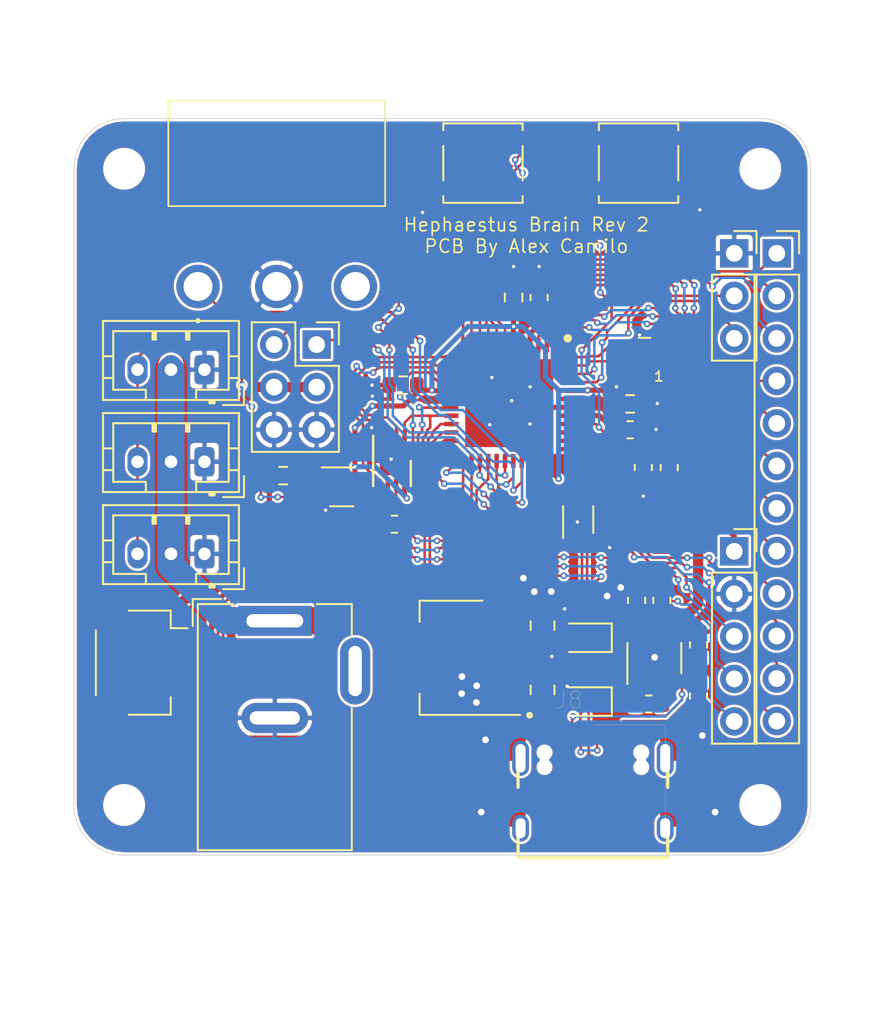
<source format=kicad_pcb>
(kicad_pcb (version 20171130) (host pcbnew "(5.1.8)-1")
  (layers (0 F.Cu signal) (31 B.Cu signal) (34 B.Paste user hide) (35 F.Paste user hide) (36 B.SilkS user) (37 F.SilkS user) (38 B.Mask user hide) (39 F.Mask user) (44 Edge.Cuts user))
  (net 0 "")
  (net 1 GND)
  (net 2 VCC)
  (net 3 +5V)
  (net 4 "Net-(C4-Pad1)")
  (net 5 "Net-(C5-Pad2)")
  (net 6 +5VP)
  (net 7 "Net-(D3-Pad2)")
  (net 8 "Net-(D3-Pad3)")
  (net 9 DOTSTAR_CLK)
  (net 10 DOTSTAR_DATA)
  (net 11 QSPI_D0)
  (net 12 QSPI_D1)
  (net 13 QSPI_D2)
  (net 14 QSPI_D3)
  (net 15 QSPI_SCK)
  (net 16 QSPI_CS)
  (net 17 SDA)
  (net 18 SCL)
  (net 19 RX)
  (net 20 TX)
  (net 21 9)
  (net 22 10)
  (net 23 11)
  (net 24 13)
  (net 25 12)
  (net 26 D-)
  (net 27 D+)
  (net 28 "Net-(IC1-Pad43)")
  (net 29 SWCLK)
  (net 30 SWDIO)
  (net 31 "Net-(R1-Pad1)")
  (net 32 "Net-(SW1-Pad3)")
  (net 33 "Net-(U2-Pad4)")
  (net 34 +3V3)
  (net 35 PA00)
  (net 36 PA01)
  (net 37 PA02)
  (net 38 PB08)
  (net 39 PB09)
  (net 40 PA04)
  (net 41 PA05)
  (net 42 PA06)
  (net 43 PA07)
  (net 44 PA14)
  (net 45 PA15)
  (net 46 PB22)
  (net 47 PB23)
  (net 48 PA27)
  (net 49 "Net-(J8-PadB8)")
  (net 50 "Net-(J8-PadB5)")
  (net 51 "Net-(J8-PadA5)")
  (net 52 "Net-(J8-PadA8)")
  (net 53 RST)
  (net 54 PA18)
  (net 55 5vmux)
  (net 56 "Net-(U5-Pad4)")
  (net 57 "Net-(U5-Pad6)")
  (module unified:DFN-8-1EP_3x2mm_P0.5mm_EP1.75x1.45mm (layer F.Cu) (at 111 85.45 270)
    (fp_text reference U3 hide)
    (fp_text value AT25xxx-MA)
    (pad 9 smd rect (at 0 0 270) (size 1.71 1.45) (layers F.Cu F.Mask) (net 1 GND))
    (pad 8 smd rect (at 1.45 -0.75 270) (size 0.75 0.27) (layers F.Cu F.Paste F.Mask) (net 34 +3V3))
    (pad 7 smd rect (at 1.45 -0.25 270) (size 0.75 0.27) (layers F.Cu F.Paste F.Mask) (net 14 QSPI_D3))
    (pad 6 smd rect (at 1.45 0.25 270) (size 0.75 0.27) (layers F.Cu F.Paste F.Mask) (net 15 QSPI_SCK))
    (pad 5 smd rect (at 1.45 0.75 270) (size 0.75 0.27) (layers F.Cu F.Paste F.Mask) (net 11 QSPI_D0))
    (pad 4 smd rect (at -1.45 0.75 270) (size 0.75 0.27) (layers F.Cu F.Paste F.Mask) (net 1 GND))
    (pad 3 smd rect (at -1.45 0.25 270) (size 0.75 0.27) (layers F.Cu F.Paste F.Mask) (net 13 QSPI_D2))
    (pad 2 smd rect (at -1.45 -0.25 270) (size 0.75 0.27) (layers F.Cu F.Paste F.Mask) (net 12 QSPI_D1))
    (pad 1 smd rect (at -1.45 -0.75 270) (size 0.75 0.27) (layers F.Cu F.Paste F.Mask) (net 16 QSPI_CS))
  )
  (module unified:GCT_USB4110-GF-A (layer F.Cu) (at 123 102.87)
    (fp_text reference J8 (at -1.425 -3.135) (layer F.SilkS) (effects (font (thickness 0.015))))
    (fp_text value USB4110-GF-A)
    (pad "" np_thru_hole circle (at -2.89 0.87) (size 0.65 0.65) (drill 0.65) (layers *.Cu *.Mask))
    (pad "" np_thru_hole circle (at 2.89 0.87) (size 0.65 0.65) (drill 0.65) (layers *.Cu *.Mask))
    (pad 14 thru_hole oval (at -4.32 0.34) (size 1 2.1) (drill oval 0.6 1.7) (layers *.Cu *.Mask))
    (pad 13 thru_hole oval (at 4.32 0.34) (size 1 2.1) (drill oval 0.6 1.7) (layers *.Cu *.Mask))
    (pad 11 thru_hole oval (at -4.32 4.52) (size 1 1.6) (drill oval 0.6 1.2) (layers *.Cu *.Mask))
    (pad 10 thru_hole oval (at 4.32 4.52) (size 1 1.6) (drill oval 0.6 1.2) (layers *.Cu *.Mask))
    (pad None np_thru_hole circle (at 2.89 0) (size 0.65 0.65) (drill 0.65) (layers *.Cu *.Mask))
    (pad None np_thru_hole circle (at -2.89 0) (size 0.65 0.65) (drill 0.65) (layers *.Cu *.Mask))
    (pad S4 smd rect (at 5.11 3.43) (size 2.18 2) (layers F.Cu F.Paste F.Mask) (net 1 GND))
    (pad S3 smd rect (at -5.11 3.43) (size 2.18 2) (layers F.Cu F.Paste F.Mask) (net 1 GND))
    (pad S2 smd rect (at 5.11 -0.5) (size 2.18 2) (layers F.Cu F.Paste F.Mask) (net 1 GND))
    (pad S1 smd rect (at -5.11 -0.5) (size 2.18 2) (layers F.Cu F.Paste F.Mask) (net 1 GND))
    (pad A7 smd rect (at 0.25 -1.075) (size 0.27 1.15) (layers F.Cu F.Paste F.Mask) (net 26 D-))
    (pad A6 smd rect (at -0.25 -1.075) (size 0.27 1.15) (layers F.Cu F.Paste F.Mask) (net 27 D+))
    (pad B6 smd rect (at 0.75 -1.075) (size 0.27 1.15) (layers F.Cu F.Paste F.Mask) (net 27 D+))
    (pad B7 smd rect (at -0.75 -1.075) (size 0.27 1.15) (layers F.Cu F.Paste F.Mask) (net 26 D-))
    (pad A8 smd rect (at 1.25 -1.075) (size 0.27 1.15) (layers F.Cu F.Paste F.Mask) (net 52 "Net-(J8-PadA8)"))
    (pad A5 smd rect (at -1.25 -1.075) (size 0.27 1.15) (layers F.Cu F.Paste F.Mask) (net 51 "Net-(J8-PadA5)"))
    (pad B5 smd rect (at 1.75 -1.075) (size 0.27 1.15) (layers F.Cu F.Paste F.Mask) (net 50 "Net-(J8-PadB5)"))
    (pad B8 smd rect (at -1.75 -1.075) (size 0.27 1.15) (layers F.Cu F.Paste F.Mask) (net 49 "Net-(J8-PadB8)"))
    (pad B1/A12 smd rect (at 3.2 -1.075) (size 0.57 1.15) (layers F.Cu F.Paste F.Mask) (net 1 GND))
    (pad B4/A9 smd rect (at 2.4 -1.075) (size 0.57 1.15) (layers F.Cu F.Paste F.Mask) (net 6 +5VP))
    (pad A4/B9 smd rect (at -2.4 -1.075) (size 0.57 1.15) (layers F.Cu F.Paste F.Mask) (net 6 +5VP))
    (pad A1/B12 smd rect (at -3.2 -1.075) (size 0.57 1.15) (layers F.Cu F.Paste F.Mask) (net 1 GND))
  )
  (module unified:QFN50P700X700X90-49N-D (layer F.Cu) (at 118 82 270)
    (fp_text reference IC1 hide)
    (fp_text value ATSAMD51G19A-MU hide)
    (pad 49 smd rect (at 0 0 270) (size 5.25 5.25) (layers F.Cu F.Paste F.Mask) (net 1 GND))
    (pad 48 smd rect (at -2.75 -3.45 270) (size 0.27 0.85) (layers F.Cu F.Paste F.Mask) (net 10 DOTSTAR_DATA))
    (pad 47 smd rect (at -2.25 -3.45 270) (size 0.27 0.85) (layers F.Cu F.Paste F.Mask) (net 9 DOTSTAR_CLK))
    (pad 46 smd rect (at -1.75 -3.45 270) (size 0.27 0.85) (layers F.Cu F.Paste F.Mask) (net 30 SWDIO))
    (pad 45 smd rect (at -1.25 -3.45 270) (size 0.27 0.85) (layers F.Cu F.Paste F.Mask) (net 29 SWCLK))
    (pad 44 smd rect (at -0.75 -3.45 270) (size 0.27 0.85) (layers F.Cu F.Paste F.Mask) (net 34 +3V3))
    (pad 43 smd rect (at -0.25 -3.45 270) (size 0.27 0.85) (layers F.Cu F.Paste F.Mask) (net 28 "Net-(IC1-Pad43)"))
    (pad 42 smd rect (at 0.25 -3.45 270) (size 0.27 0.85) (layers F.Cu F.Paste F.Mask) (net 1 GND))
    (pad 41 smd rect (at 0.75 -3.45 270) (size 0.27 0.85) (layers F.Cu F.Paste F.Mask) (net 4 "Net-(C4-Pad1)"))
    (pad 40 smd rect (at 1.25 -3.45 270) (size 0.27 0.85) (layers F.Cu F.Paste F.Mask) (net 53 RST))
    (pad 39 smd rect (at 1.75 -3.45 270) (size 0.27 0.85) (layers F.Cu F.Paste F.Mask) (net 48 PA27))
    (pad 38 smd rect (at 2.25 -3.45 270) (size 0.27 0.85) (layers F.Cu F.Paste F.Mask) (net 47 PB23))
    (pad 37 smd rect (at 2.75 -3.45 270) (size 0.27 0.85) (layers F.Cu F.Paste F.Mask) (net 46 PB22))
    (pad 36 smd rect (at 3.45 -2.75) (size 0.27 0.85) (layers F.Cu F.Paste F.Mask) (net 34 +3V3))
    (pad 35 smd rect (at 3.45 -2.25) (size 0.27 0.85) (layers F.Cu F.Paste F.Mask) (net 1 GND))
    (pad 34 smd rect (at 3.45 -1.75) (size 0.27 0.85) (layers F.Cu F.Paste F.Mask) (net 27 D+))
    (pad 33 smd rect (at 3.45 -1.25) (size 0.27 0.85) (layers F.Cu F.Paste F.Mask) (net 26 D-))
    (pad 32 smd rect (at 3.45 -0.75) (size 0.27 0.85) (layers F.Cu F.Paste F.Mask) (net 25 12))
    (pad 31 smd rect (at 3.45 -0.25) (size 0.27 0.85) (layers F.Cu F.Paste F.Mask) (net 24 13))
    (pad 30 smd rect (at 3.45 0.25) (size 0.27 0.85) (layers F.Cu F.Paste F.Mask) (net 23 11))
    (pad 29 smd rect (at 3.45 0.75) (size 0.27 0.85) (layers F.Cu F.Paste F.Mask) (net 22 10))
    (pad 28 smd rect (at 3.45 1.25) (size 0.27 0.85) (layers F.Cu F.Paste F.Mask) (net 21 9))
    (pad 27 smd rect (at 3.45 1.75) (size 0.27 0.85) (layers F.Cu F.Paste F.Mask) (net 54 PA18))
    (pad 26 smd rect (at 3.45 2.25) (size 0.27 0.85) (layers F.Cu F.Paste F.Mask) (net 20 TX))
    (pad 25 smd rect (at 3.45 2.75) (size 0.27 0.85) (layers F.Cu F.Paste F.Mask) (net 19 RX))
    (pad 24 smd rect (at 2.75 3.45 270) (size 0.27 0.85) (layers F.Cu F.Paste F.Mask) (net 45 PA15))
    (pad 23 smd rect (at 2.25 3.45 270) (size 0.27 0.85) (layers F.Cu F.Paste F.Mask) (net 44 PA14))
    (pad 22 smd rect (at 1.75 3.45 270) (size 0.27 0.85) (layers F.Cu F.Paste F.Mask) (net 18 SCL))
    (pad 21 smd rect (at 1.25 3.45 270) (size 0.27 0.85) (layers F.Cu F.Paste F.Mask) (net 17 SDA))
    (pad 20 smd rect (at 0.75 3.45 270) (size 0.27 0.85) (layers F.Cu F.Paste F.Mask) (net 16 QSPI_CS))
    (pad 19 smd rect (at 0.25 3.45 270) (size 0.27 0.85) (layers F.Cu F.Paste F.Mask) (net 15 QSPI_SCK))
    (pad 18 smd rect (at -0.25 3.45 270) (size 0.27 0.85) (layers F.Cu F.Paste F.Mask) (net 1 GND))
    (pad 17 smd rect (at -0.75 3.45 270) (size 0.27 0.85) (layers F.Cu F.Paste F.Mask) (net 34 +3V3))
    (pad 16 smd rect (at -1.25 3.45 270) (size 0.27 0.85) (layers F.Cu F.Paste F.Mask) (net 14 QSPI_D3))
    (pad 15 smd rect (at -1.75 3.45 270) (size 0.27 0.85) (layers F.Cu F.Paste F.Mask) (net 13 QSPI_D2))
    (pad 14 smd rect (at -2.25 3.45 270) (size 0.27 0.85) (layers F.Cu F.Paste F.Mask) (net 12 QSPI_D1))
    (pad 13 smd rect (at -2.75 3.45 270) (size 0.27 0.85) (layers F.Cu F.Paste F.Mask) (net 11 QSPI_D0))
    (pad 12 smd rect (at -3.45 2.75) (size 0.27 0.85) (layers F.Cu F.Paste F.Mask) (net 43 PA07))
    (pad 11 smd rect (at -3.45 2.25) (size 0.27 0.85) (layers F.Cu F.Paste F.Mask) (net 42 PA06))
    (pad 10 smd rect (at -3.45 1.75) (size 0.27 0.85) (layers F.Cu F.Paste F.Mask) (net 41 PA05))
    (pad 9 smd rect (at -3.45 1.25) (size 0.27 0.85) (layers F.Cu F.Paste F.Mask) (net 40 PA04))
    (pad 8 smd rect (at -3.45 0.75) (size 0.27 0.85) (layers F.Cu F.Paste F.Mask) (net 39 PB09))
    (pad 7 smd rect (at -3.45 0.25) (size 0.27 0.85) (layers F.Cu F.Paste F.Mask) (net 38 PB08))
    (pad 6 smd rect (at -3.45 -0.25) (size 0.27 0.85) (layers F.Cu F.Paste F.Mask) (net 34 +3V3))
    (pad 5 smd rect (at -3.45 -0.75) (size 0.27 0.85) (layers F.Cu F.Paste F.Mask) (net 1 GND))
    (pad 4 smd rect (at -3.45 -1.25) (size 0.27 0.85) (layers F.Cu F.Paste F.Mask) (net 5 "Net-(C5-Pad2)"))
    (pad 3 smd rect (at -3.45 -1.75) (size 0.27 0.85) (layers F.Cu F.Paste F.Mask) (net 37 PA02))
    (pad 2 smd rect (at -3.45 -2.25) (size 0.27 0.85) (layers F.Cu F.Paste F.Mask) (net 36 PA01))
    (pad 1 smd rect (at -3.45 -2.75) (size 0.27 0.85) (layers F.Cu F.Paste F.Mask) (net 35 PA00))
  )
  (module Diode_SMD:D_SOD-323 (layer F.Cu) (at 122.6312 99.822 180)
    (fp_text reference D1 hide)
    (fp_text value D)
    (pad 2 smd rect (at 1.05 0 180) (size 0.6 0.45) (layers F.Cu F.Paste F.Mask) (net 6 +5VP))
    (pad 1 smd rect (at -1.05 0 180) (size 0.6 0.45) (layers F.Cu F.Paste F.Mask) (net 55 5vmux))
  )
  (module Package_TO_SOT_SMD:SOT-223 (layer F.Cu) (at 114.56 97.21 180)
    (fp_text reference U1 hide)
    (fp_text value LM1117-5.0)
    (pad 1 smd rect (at -3.15 -2.3 180) (size 2 1.5) (layers F.Cu F.Paste F.Mask) (net 1 GND))
    (pad 3 smd rect (at -3.15 2.3 180) (size 2 1.5) (layers F.Cu F.Paste F.Mask) (net 2 VCC))
    (pad 2 smd rect (at -3.15 0 180) (size 2 1.5) (layers F.Cu F.Paste F.Mask) (net 3 +5V))
    (pad 4 smd rect (at 3.15 0 180) (size 2 3.8) (layers F.Cu F.Paste F.Mask))
  )
  (module Capacitor_SMD:C_0805_2012Metric (layer F.Cu) (at 119.992 95.29 90)
    (fp_text reference C1 hide)
    (fp_text value CP)
    (pad 1 smd roundrect (at -0.9375 0 90) (size 0.975 1.4) (layers F.Cu F.Paste F.Mask) (net 2 VCC))
    (pad 2 smd roundrect (at 0.9375 0 90) (size 0.975 1.4) (layers F.Cu F.Paste F.Mask) (net 1 GND))
  )
  (module Capacitor_SMD:C_0805_2012Metric (layer F.Cu) (at 119.992 99.13 270)
    (fp_text reference C2 hide)
    (fp_text value CP)
    (pad 2 smd roundrect (at 0.9375 0 270) (size 0.975 1.4) (layers F.Cu F.Paste F.Mask) (net 1 GND))
    (pad 1 smd roundrect (at -0.9375 0 270) (size 0.975 1.4) (layers F.Cu F.Paste F.Mask) (net 3 +5V))
  )
  (module MountingHole:MountingHole_2.2mm_M2 (layer F.Cu) (at 95 106)
    (fp_text reference H1 hide)
    (fp_text value MountingHole)
    (pad 1 np_thru_hole circle (at 0 0) (size 2.2 2.2) (drill 2.2) (layers *.Cu *.Mask))
  )
  (module MountingHole:MountingHole_2.2mm_M2 (layer F.Cu) (at 95 68)
    (fp_text reference H2 hide)
    (fp_text value MountingHole)
    (pad 1 np_thru_hole circle (at 0 0) (size 2.2 2.2) (drill 2.2) (layers *.Cu *.Mask))
  )
  (module Resistor_SMD:R_0603_1608Metric (layer F.Cu) (at 126.01 85.84 270)
    (fp_text reference C3 hide)
    (fp_text value 1uF)
    (pad 2 smd roundrect (at 0.7875 0 270) (size 0.875 0.95) (layers F.Cu F.Paste F.Mask) (net 1 GND))
    (pad 1 smd roundrect (at -0.7875 0 270) (size 0.875 0.95) (layers F.Cu F.Paste F.Mask) (net 53 RST))
  )
  (module Resistor_SMD:R_0603_1608Metric (layer F.Cu) (at 125.222 83.5914)
    (fp_text reference C4 hide)
    (fp_text value 10uF)
    (pad 1 smd roundrect (at -0.7875 0) (size 0.875 0.95) (layers F.Cu F.Paste F.Mask) (net 4 "Net-(C4-Pad1)"))
    (pad 2 smd roundrect (at 0.7875 0) (size 0.875 0.95) (layers F.Cu F.Paste F.Mask) (net 1 GND))
  )
  (module Resistor_SMD:R_0603_1608Metric (layer F.Cu) (at 119.7864 75.692 270)
    (fp_text reference C5 hide)
    (fp_text value 1uF)
    (pad 2 smd roundrect (at 0.7875 0 270) (size 0.875 0.95) (layers F.Cu F.Paste F.Mask) (net 5 "Net-(C5-Pad2)"))
    (pad 1 smd roundrect (at -0.7875 0 270) (size 0.875 0.95) (layers F.Cu F.Paste F.Mask) (net 1 GND))
  )
  (module Resistor_SMD:R_0603_1608Metric (layer F.Cu) (at 125.61 93.78 90)
    (fp_text reference C6 hide)
    (fp_text value 10uF)
    (pad 2 smd roundrect (at 0.7875 0 90) (size 0.875 0.95) (layers F.Cu F.Paste F.Mask) (net 1 GND))
    (pad 1 smd roundrect (at -0.7875 0 90) (size 0.875 0.95) (layers F.Cu F.Paste F.Mask) (net 55 5vmux))
  )
  (module Diode_SMD:D_SOD-323 (layer F.Cu) (at 122.6312 96.012 180)
    (fp_text reference D2 hide)
    (fp_text value D)
    (pad 1 smd rect (at -1.05 0 180) (size 0.6 0.45) (layers F.Cu F.Paste F.Mask) (net 55 5vmux))
    (pad 2 smd rect (at 1.05 0 180) (size 0.6 0.45) (layers F.Cu F.Paste F.Mask) (net 3 +5V))
  )
  (module Resistor_SMD:R_0603_1608Metric (layer F.Cu) (at 126.34 99.97 180)
    (fp_text reference R1 hide)
    (fp_text value 100k)
    (pad 1 smd roundrect (at -0.7875 0 180) (size 0.875 0.95) (layers F.Cu F.Paste F.Mask) (net 31 "Net-(R1-Pad1)"))
    (pad 2 smd roundrect (at 0.7875 0 180) (size 0.875 0.95) (layers F.Cu F.Paste F.Mask) (net 55 5vmux))
  )
  (module Resistor_SMD:R_0603_1608Metric (layer F.Cu) (at 111.1504 89.2302)
    (fp_text reference R2 hide)
    (fp_text value 100k)
    (pad 1 smd roundrect (at -0.7875 0) (size 0.875 0.95) (layers F.Cu F.Paste F.Mask) (net 34 +3V3))
    (pad 2 smd roundrect (at 0.7875 0) (size 0.875 0.95) (layers F.Cu F.Paste F.Mask) (net 16 QSPI_CS))
  )
  (module Resistor_SMD:R_0603_1608Metric (layer F.Cu) (at 127.5588 85.852 90)
    (fp_text reference R3 hide)
    (fp_text value 10k)
    (pad 1 smd roundrect (at -0.7875 0 90) (size 0.875 0.95) (layers F.Cu F.Paste F.Mask) (net 34 +3V3))
    (pad 2 smd roundrect (at 0.7875 0 90) (size 0.875 0.95) (layers F.Cu F.Paste F.Mask) (net 53 RST))
  )
  (module Package_TO_SOT_SMD:SOT-23-5 (layer F.Cu) (at 126.67 97.23 90)
    (fp_text reference U2 hide)
    (fp_text value AP2112K-3.3)
    (pad 1 smd rect (at -1.1 -0.95 90) (size 1.06 0.65) (layers F.Cu F.Paste F.Mask) (net 55 5vmux))
    (pad 2 smd rect (at -1.1 0 90) (size 1.06 0.65) (layers F.Cu F.Paste F.Mask) (net 1 GND))
    (pad 3 smd rect (at -1.1 0.95 90) (size 1.06 0.65) (layers F.Cu F.Paste F.Mask) (net 31 "Net-(R1-Pad1)"))
    (pad 4 smd rect (at 1.1 0.95 90) (size 1.06 0.65) (layers F.Cu F.Paste F.Mask) (net 33 "Net-(U2-Pad4)"))
    (pad 5 smd rect (at 1.1 -0.95 90) (size 1.06 0.65) (layers F.Cu F.Paste F.Mask) (net 34 +3V3))
  )
  (module Package_TO_SOT_SMD:SOT-353_SC-70-5 (layer F.Cu) (at 108 87)
    (fp_text reference U4 hide)
    (fp_text value 74LVC1G125)
    (pad 1 smd rect (at -0.95 -0.65) (size 0.65 0.4) (layers F.Cu F.Paste F.Mask) (net 21 9))
    (pad 3 smd rect (at -0.95 0.65) (size 0.65 0.4) (layers F.Cu F.Paste F.Mask) (net 1 GND))
    (pad 2 smd rect (at -0.95 0) (size 0.65 0.4) (layers F.Cu F.Paste F.Mask) (net 20 TX))
    (pad 4 smd rect (at 0.95 0.65) (size 0.65 0.4) (layers F.Cu F.Paste F.Mask) (net 19 RX))
    (pad 5 smd rect (at 0.95 -0.65) (size 0.65 0.4) (layers F.Cu F.Paste F.Mask) (net 34 +3V3))
  )
  (module Resistor_SMD:R_0603_1608Metric (layer F.Cu) (at 127.12 93.78 90)
    (fp_text reference C7 hide)
    (fp_text value 10uF)
    (pad 1 smd roundrect (at -0.7875 0 90) (size 0.875 0.95) (layers F.Cu F.Paste F.Mask) (net 34 +3V3))
    (pad 2 smd roundrect (at 0.7875 0 90) (size 0.875 0.95) (layers F.Cu F.Paste F.Mask) (net 1 GND))
  )
  (module Button_Switch_SMD:SW_SPST_TL3305C (layer F.Cu) (at 125.73 67.6656 180)
    (fp_text reference SW2 hide)
    (fp_text value SW_SPST)
    (pad 1 smd rect (at 3.6 -1.5 180) (size 1.6 1.4) (layers F.Cu F.Paste F.Mask) (net 1 GND))
    (pad 1 smd rect (at -3.6 -1.5 180) (size 1.6 1.4) (layers F.Cu F.Paste F.Mask) (net 1 GND))
    (pad 2 smd rect (at 3.6 1.5 180) (size 1.6 1.4) (layers F.Cu F.Paste F.Mask) (net 23 11))
    (pad 2 smd rect (at -3.6 1.5 180) (size 1.6 1.4) (layers F.Cu F.Paste F.Mask) (net 23 11))
  )
  (module Button_Switch_SMD:SW_SPST_TL3305C (layer F.Cu) (at 116.4336 67.6656 180)
    (fp_text reference SW3 hide)
    (fp_text value SW_SPST)
    (pad 2 smd rect (at -3.6 1.5 180) (size 1.6 1.4) (layers F.Cu F.Paste F.Mask) (net 53 RST))
    (pad 2 smd rect (at 3.6 1.5 180) (size 1.6 1.4) (layers F.Cu F.Paste F.Mask) (net 53 RST))
    (pad 1 smd rect (at -3.6 -1.5 180) (size 1.6 1.4) (layers F.Cu F.Paste F.Mask) (net 1 GND))
    (pad 1 smd rect (at 3.6 -1.5 180) (size 1.6 1.4) (layers F.Cu F.Paste F.Mask) (net 1 GND))
  )
  (module MountingHole:MountingHole_2.2mm_M2 (layer F.Cu) (at 133 68)
    (fp_text reference H3 hide)
    (fp_text value MountingHole)
    (pad 1 np_thru_hole circle (at 0 0) (size 2.2 2.2) (drill 2.2) (layers *.Cu *.Mask))
  )
  (module MountingHole:MountingHole_2.2mm_M2 (layer F.Cu) (at 133 106)
    (fp_text reference H4 hide)
    (fp_text value MountingHole)
    (pad 1 np_thru_hole circle (at 0 0) (size 2.2 2.2) (drill 2.2) (layers *.Cu *.Mask))
  )
  (module Connector_PinSocket_2.54mm:PinSocket_2x03_P2.54mm_Vertical (layer F.Cu) (at 106.5 78.5)
    (fp_text reference J2 hide)
    (fp_text value Conn_02x03_Odd_Even)
    (pad 1 thru_hole rect (at 0 0) (size 1.7 1.7) (drill 1) (layers *.Cu *.Mask) (net 24 13))
    (pad 2 thru_hole oval (at -2.54 0) (size 1.7 1.7) (drill 1) (layers *.Cu *.Mask) (net 25 12))
    (pad 3 thru_hole oval (at 0 2.54) (size 1.7 1.7) (drill 1) (layers *.Cu *.Mask) (net 3 +5V))
    (pad 4 thru_hole oval (at -2.54 2.54) (size 1.7 1.7) (drill 1) (layers *.Cu *.Mask) (net 3 +5V))
    (pad 5 thru_hole oval (at 0 5.08) (size 1.7 1.7) (drill 1) (layers *.Cu *.Mask) (net 1 GND))
    (pad 6 thru_hole oval (at -2.54 5.08) (size 1.7 1.7) (drill 1) (layers *.Cu *.Mask) (net 1 GND))
  )
  (module Connector_JST:JST_PH_B3B-PH-K_1x03_P2.00mm_Vertical (layer F.Cu) (at 99.8 91 180)
    (fp_text reference J5 hide)
    (fp_text value Conn_01x03_Male)
    (pad 1 thru_hole roundrect (at 0 0 180) (size 1.2 1.75) (drill 0.75) (layers *.Cu *.Mask) (roundrect_rratio 0.208333) (net 1 GND))
    (pad 2 thru_hole oval (at 2 0 180) (size 1.2 1.75) (drill 0.75) (layers *.Cu *.Mask) (net 2 VCC))
    (pad 3 thru_hole oval (at 4 0 180) (size 1.2 1.75) (drill 0.75) (layers *.Cu *.Mask) (net 19 RX))
  )
  (module Connector_JST:JST_PH_B3B-PH-K_1x03_P2.00mm_Vertical (layer F.Cu) (at 99.8 80 180)
    (fp_text reference J6 hide)
    (fp_text value Conn_01x03_Male)
    (pad 3 thru_hole oval (at 4 0 180) (size 1.2 1.75) (drill 0.75) (layers *.Cu *.Mask) (net 19 RX))
    (pad 2 thru_hole oval (at 2 0 180) (size 1.2 1.75) (drill 0.75) (layers *.Cu *.Mask) (net 2 VCC))
    (pad 1 thru_hole roundrect (at 0 0 180) (size 1.2 1.75) (drill 0.75) (layers *.Cu *.Mask) (roundrect_rratio 0.208333) (net 1 GND))
  )
  (module Connector_JST:JST_PH_B3B-PH-K_1x03_P2.00mm_Vertical (layer F.Cu) (at 99.8 85.5 180)
    (fp_text reference J7 hide)
    (fp_text value Conn_01x03_Male)
    (pad 1 thru_hole roundrect (at 0 0 180) (size 1.2 1.75) (drill 0.75) (layers *.Cu *.Mask) (roundrect_rratio 0.208333) (net 1 GND))
    (pad 2 thru_hole oval (at 2 0 180) (size 1.2 1.75) (drill 0.75) (layers *.Cu *.Mask) (net 2 VCC))
    (pad 3 thru_hole oval (at 4 0 180) (size 1.2 1.75) (drill 0.75) (layers *.Cu *.Mask) (net 19 RX))
  )
  (module Resistor_SMD:R_0603_1608Metric (layer F.Cu) (at 129.310401 96.436801 270)
    (fp_text reference R4 hide)
    (fp_text value 5.1k)
    (pad 2 smd roundrect (at 0.7875 0 270) (size 0.875 0.95) (layers F.Cu F.Paste F.Mask) (net 51 "Net-(J8-PadA5)"))
    (pad 1 smd roundrect (at -0.7875 0 270) (size 0.875 0.95) (layers F.Cu F.Paste F.Mask) (net 1 GND))
  )
  (module Resistor_SMD:R_0603_1608Metric (layer F.Cu) (at 129.3114 99.4918 270)
    (fp_text reference R5 hide)
    (fp_text value 5.1k)
    (pad 1 smd roundrect (at -0.7875 0 270) (size 0.875 0.95) (layers F.Cu F.Paste F.Mask) (net 50 "Net-(J8-PadB5)"))
    (pad 2 smd roundrect (at 0.7875 0 270) (size 0.875 0.95) (layers F.Cu F.Paste F.Mask) (net 1 GND))
  )
  (module Connector_JST:JST_SH_SM04B-SRSS-TB_1x04-1MP_P1.00mm_Horizontal (layer F.Cu) (at 96 97.5 270)
    (fp_text reference J3 hide)
    (fp_text value StemmaQT)
    (pad 1 smd roundrect (at -1.5 -2 270) (size 0.6 1.55) (layers F.Cu F.Paste F.Mask) (net 1 GND))
    (pad 2 smd roundrect (at -0.5 -2 270) (size 0.6 1.55) (layers F.Cu F.Paste F.Mask) (net 34 +3V3))
    (pad 3 smd roundrect (at 0.5 -2 270) (size 0.6 1.55) (layers F.Cu F.Paste F.Mask) (net 17 SDA))
    (pad 4 smd roundrect (at 1.5 -2 270) (size 0.6 1.55) (layers F.Cu F.Paste F.Mask) (net 18 SCL))
    (pad MP smd roundrect (at -2.8 1.875 270) (size 1.2 1.8) (layers F.Cu F.Paste F.Mask) (roundrect_rratio 0.208333))
    (pad MP smd roundrect (at 2.8 1.875 270) (size 1.2 1.8) (layers F.Cu F.Paste F.Mask) (roundrect_rratio 0.208333))
  )
  (module Connector_BarrelJack:BarrelJack_Wuerth_6941xx301002 (layer F.Cu) (at 104 95)
    (fp_text reference J1 hide)
    (fp_text value Barrel_Jack)
    (pad 3 thru_hole oval (at 4.8 3 90) (size 4 1.8) (drill oval 3 0.8) (layers *.Cu *.Mask))
    (pad 2 thru_hole oval (at 0 5.8) (size 4 1.8) (drill oval 3 0.8) (layers *.Cu *.Mask) (net 1 GND))
    (pad 1 thru_hole rect (at 0 0) (size 4.4 1.8) (drill oval 3.4 0.8) (layers *.Cu *.Mask) (net 2 VCC))
  )
  (module unified:LED-APA102-2020 (layer F.Cu) (at 125.24 79.5 180)
    (fp_text reference D3 hide)
    (fp_text value APA102-2020)
    (fp_text user 1 (at -1.7 -0.9) (layer F.SilkS) (effects (font (size 0.6 0.6) (thickness 0.1))))
    (pad 1 smd rect (at -0.85 -0.9 180) (size 0.7 0.5) (layers F.Cu F.Paste F.Mask) (net 34 +3V3))
    (pad 2 smd rect (at -0.85 0 180) (size 0.7 0.3) (layers F.Cu F.Paste F.Mask) (net 7 "Net-(D3-Pad2)"))
    (pad 3 smd rect (at -0.85 0.9 180) (size 0.7 0.5) (layers F.Cu F.Paste F.Mask) (net 8 "Net-(D3-Pad3)"))
    (pad 5 smd rect (at 0.85 0 180) (size 0.7 0.3) (layers F.Cu F.Paste F.Mask) (net 9 DOTSTAR_CLK))
    (pad 4 smd rect (at 0.85 0.9 180) (size 0.7 0.5) (layers F.Cu F.Paste F.Mask) (net 10 DOTSTAR_DATA))
    (pad 6 smd rect (at 0.85 -0.9 180) (size 0.7 0.5) (layers F.Cu F.Paste F.Mask) (net 1 GND))
    (pad 1 smd rect (at 0 -0.83 270) (size 0.9 0.5) (layers F.Cu F.Paste F.Mask) (net 34 +3V3))
    (pad 6 smd rect (at 0 0.59 270) (size 1.43 0.5) (layers F.Cu F.Paste F.Mask) (net 1 GND))
  )
  (module Resistor_SMD:R_0603_1608Metric (layer F.Cu) (at 104.5 86.33)
    (fp_text reference R6 hide)
    (fp_text value 100k)
    (pad 1 smd roundrect (at -0.825 0) (size 0.8 0.95) (layers F.Cu F.Paste F.Mask) (net 34 +3V3))
    (pad 2 smd roundrect (at 0.825 0) (size 0.8 0.95) (layers F.Cu F.Paste F.Mask) (net 19 RX))
  )
  (module Resistor_SMD:R_0603_1608Metric (layer F.Cu) (at 111.6584 80.9244 180)
    (fp_text reference C8 hide)
    (fp_text value 1uF)
    (pad 2 smd roundrect (at 0.825 0 180) (size 0.8 0.95) (layers F.Cu F.Paste F.Mask) (net 1 GND))
    (pad 1 smd roundrect (at -0.825 0 180) (size 0.8 0.95) (layers F.Cu F.Paste F.Mask) (net 34 +3V3))
  )
  (module Resistor_SMD:R_0603_1608Metric (layer F.Cu) (at 118.2624 75.692 90)
    (fp_text reference C9 hide)
    (fp_text value 1uF)
    (pad 2 smd roundrect (at 0.825 0 90) (size 0.8 0.95) (layers F.Cu F.Paste F.Mask) (net 1 GND))
    (pad 1 smd roundrect (at -0.825 0 90) (size 0.8 0.95) (layers F.Cu F.Paste F.Mask) (net 34 +3V3))
  )
  (module Resistor_SMD:R_0603_1608Metric (layer F.Cu) (at 125.222 82.042)
    (fp_text reference C10 hide)
    (fp_text value 1uF)
    (pad 1 smd roundrect (at -0.825 0) (size 0.8 0.95) (layers F.Cu F.Paste F.Mask) (net 34 +3V3))
    (pad 2 smd roundrect (at 0.825 0) (size 0.8 0.95) (layers F.Cu F.Paste F.Mask) (net 1 GND))
  )
  (module Connector_PinSocket_2.54mm:PinSocket_1x03_P2.54mm_Vertical (layer F.Cu) (at 131.445 73.05)
    (fp_text reference J4 hide)
    (fp_text value Conn_01x03_Female)
    (pad 1 thru_hole rect (at 0 0) (size 1.7 1.7) (drill 1) (layers *.Cu *.Mask) (net 1 GND))
    (pad 2 thru_hole oval (at 0 2.54) (size 1.7 1.7) (drill 1) (layers *.Cu *.Mask) (net 29 SWCLK))
    (pad 3 thru_hole oval (at 0 5.08) (size 1.7 1.7) (drill 1) (layers *.Cu *.Mask) (net 30 SWDIO))
  )
  (module Connector_PinSocket_2.54mm:PinSocket_1x12_P2.54mm_Vertical (layer F.Cu) (at 133.985 73.05)
    (fp_text reference J9 hide)
    (fp_text value Conn_01x12_Female)
    (pad 1 thru_hole rect (at 0 0) (size 1.7 1.7) (drill 1) (layers *.Cu *.Mask) (net 43 PA07))
    (pad 2 thru_hole oval (at 0 2.54) (size 1.7 1.7) (drill 1) (layers *.Cu *.Mask) (net 42 PA06))
    (pad 3 thru_hole oval (at 0 5.08) (size 1.7 1.7) (drill 1) (layers *.Cu *.Mask) (net 41 PA05))
    (pad 4 thru_hole oval (at 0 7.62) (size 1.7 1.7) (drill 1) (layers *.Cu *.Mask) (net 40 PA04))
    (pad 5 thru_hole oval (at 0 10.16) (size 1.7 1.7) (drill 1) (layers *.Cu *.Mask) (net 39 PB09))
    (pad 6 thru_hole oval (at 0 12.7) (size 1.7 1.7) (drill 1) (layers *.Cu *.Mask) (net 38 PB08))
    (pad 7 thru_hole oval (at 0 15.24) (size 1.7 1.7) (drill 1) (layers *.Cu *.Mask) (net 37 PA02))
    (pad 8 thru_hole oval (at 0 17.78) (size 1.7 1.7) (drill 1) (layers *.Cu *.Mask) (net 36 PA01))
    (pad 9 thru_hole oval (at 0 20.32) (size 1.7 1.7) (drill 1) (layers *.Cu *.Mask) (net 35 PA00))
    (pad 10 thru_hole oval (at 0 22.86) (size 1.7 1.7) (drill 1) (layers *.Cu *.Mask) (net 48 PA27))
    (pad 11 thru_hole oval (at 0 25.4) (size 1.7 1.7) (drill 1) (layers *.Cu *.Mask) (net 47 PB23))
    (pad 12 thru_hole oval (at 0 27.94) (size 1.7 1.7) (drill 1) (layers *.Cu *.Mask) (net 46 PB22))
  )
  (module Connector_PinSocket_2.54mm:PinSocket_1x05_P2.54mm_Vertical (layer F.Cu) (at 131.445 90.85)
    (fp_text reference J10 hide)
    (fp_text value Conn_01x05_Male)
    (pad 1 thru_hole rect (at 0 0) (size 1.7 1.7) (drill 1) (layers *.Cu *.Mask) (net 34 +3V3))
    (pad 2 thru_hole oval (at 0 2.54) (size 1.7 1.7) (drill 1) (layers *.Cu *.Mask) (net 1 GND))
    (pad 3 thru_hole oval (at 0 5.08) (size 1.7 1.7) (drill 1) (layers *.Cu *.Mask) (net 54 PA18))
    (pad 4 thru_hole oval (at 0 7.62) (size 1.7 1.7) (drill 1) (layers *.Cu *.Mask) (net 45 PA15))
    (pad 5 thru_hole oval (at 0 10.16) (size 1.7 1.7) (drill 1) (layers *.Cu *.Mask) (net 44 PA14))
  )
  (module SS-12D06L5:SS12D06L5 (layer F.Cu) (at 99.4156 75.0316)
    (fp_text reference SW1 hide)
    (fp_text value SW_SPDT hide)
    (pad 1 thru_hole circle (at 0 0) (size 2.595 2.595) (drill 1.73) (layers *.Cu *.Mask) (net 22 10))
    (pad 2 thru_hole circle (at 4.7 0) (size 2.595 2.595) (drill 1.73) (layers *.Cu *.Mask) (net 1 GND))
    (pad 3 thru_hole circle (at 9.4 0) (size 2.595 2.595) (drill 1.73) (layers *.Cu *.Mask) (net 32 "Net-(SW1-Pad3)"))
  )
  (module Package_TO_SOT_SMD:SOT-666 (layer F.Cu) (at 122.1232 88.9508 90)
    (fp_text reference U5 hide)
    (fp_text value USBLC6-2P6)
    (pad 1 smd rect (at -0.85 -0.5375 90) (size 0.5 0.375) (layers F.Cu F.Paste F.Mask) (net 26 D-))
    (pad 3 smd rect (at -0.85 0.5375 90) (size 0.5 0.375) (layers F.Cu F.Paste F.Mask) (net 27 D+))
    (pad 5 smd rect (at 0.925 0 90) (size 0.65 0.3) (layers F.Cu F.Paste F.Mask) (net 6 +5VP))
    (pad 2 smd rect (at -0.925 0 90) (size 0.65 0.3) (layers F.Cu F.Paste F.Mask) (net 1 GND))
    (pad 4 smd rect (at 0.85 0.5375 90) (size 0.5 0.375) (layers F.Cu F.Paste F.Mask) (net 56 "Net-(U5-Pad4)"))
    (pad 6 smd rect (at 0.85 -0.5375 90) (size 0.5 0.375) (layers F.Cu F.Paste F.Mask) (net 57 "Net-(U5-Pad6)"))
  )
  (gr_text "Hephaestus Brain Rev 2\nPCB By Alex Camilo" (at 119.0244 71.9836) (layer F.SilkS) (effects (font (size 0.8 0.8) (thickness 0.1))))
  (gr_line (start 96 65) (end 95 65) (layer Edge.Cuts) (width 0.05))
  (gr_line (start 96 109) (end 95 109) (layer Edge.Cuts) (width 0.05))
  (gr_line (start 92 101) (end 92 106) (layer Edge.Cuts) (width 0.05))
  (gr_line (start 136 100) (end 136 105) (layer Edge.Cuts) (width 0.05))
  (gr_line (start 92 68) (end 92 101) (layer Edge.Cuts) (width 0.05))
  (gr_line (start 136 68) (end 136 100) (layer Edge.Cuts) (width 0.05))
  (gr_line (start 133 65) (end 96 65) (layer Edge.Cuts) (width 0.05))
  (gr_line (start 113 109) (end 96 109) (layer Edge.Cuts) (width 0.05))
  (gr_line (start 136 106) (end 136 105) (layer Edge.Cuts) (width 0.05))
  (gr_line (start 113 109) (end 133 109) (layer Edge.Cuts) (width 0.05))
  (gr_arc (start 95 106) (end 92 106) (angle -90) (layer Edge.Cuts) (width 0.05))
  (gr_arc (start 133 106) (end 133 109) (angle -90) (layer Edge.Cuts) (width 0.05))
  (gr_arc (start 133 68) (end 136 68) (angle -90) (layer Edge.Cuts) (width 0.05))
  (gr_arc (start 95 68) (end 95 65) (angle -90) (layer Edge.Cuts) (width 0.05))
  (via (at 116.84 83.2866) (size 0.4) (drill 0.2) (layers F.Cu B.Cu) (net 1))
  (via (at 119.253 81.026) (size 0.4) (drill 0.2) (layers F.Cu B.Cu) (net 1))
  (via (at 116.967 80.4672) (size 0.4) (drill 0.2) (layers F.Cu B.Cu) (net 1))
  (segment (start 118.2675 100.0675) (end 117.71 99.51) (width 0.6096) (layer F.Cu) (net 1))
  (segment (start 119.992 100.0675) (end 118.2675 100.0675) (width 0.6096) (layer F.Cu) (net 1))
  (via (at 120.51 93.25) (size 0.8) (drill 0.4) (layers F.Cu B.Cu) (net 1))
  (segment (start 119.992 94.3525) (end 119.992 93.768) (width 0.25) (layer F.Cu) (net 1))
  (segment (start 119.992 93.768) (end 120.51 93.25) (width 0.25) (layer F.Cu) (net 1))
  (segment (start 120.51 93.25) (end 119.51 93.25) (width 0.25) (layer B.Cu) (net 1))
  (via (at 119.5 93.26) (size 0.8) (drill 0.4) (layers F.Cu B.Cu) (net 1))
  (segment (start 119.51 93.25) (end 119.5 93.26) (width 0.25) (layer B.Cu) (net 1))
  (via (at 118.85 92.45) (size 0.8) (drill 0.4) (layers F.Cu B.Cu) (net 1))
  (segment (start 119.5 93.26) (end 119.5 92.92) (width 0.25) (layer F.Cu) (net 1))
  (segment (start 119.5 92.92) (end 118.99 92.41) (width 0.25) (layer F.Cu) (net 1))
  (segment (start 119.992 93.752) (end 119.5 93.26) (width 0.25) (layer F.Cu) (net 1))
  (segment (start 119.992 94.3525) (end 119.992 93.752) (width 0.25) (layer F.Cu) (net 1))
  (segment (start 117.71 99.51) (end 116.69 99.51) (width 0.25) (layer F.Cu) (net 1))
  (via (at 116.06 98.88) (size 0.8) (drill 0.4) (layers F.Cu B.Cu) (net 1))
  (segment (start 116.69 99.51) (end 116.06 98.88) (width 0.25) (layer F.Cu) (net 1))
  (segment (start 116.06 98.88) (end 116.06 99.86) (width 0.25) (layer B.Cu) (net 1))
  (via (at 116.04 99.88) (size 0.8) (drill 0.4) (layers F.Cu B.Cu) (net 1))
  (segment (start 116.06 99.86) (end 116.04 99.88) (width 0.25) (layer B.Cu) (net 1))
  (via (at 115.16 99.35) (size 0.8) (drill 0.4) (layers F.Cu B.Cu) (net 1))
  (segment (start 116.04 99.88) (end 115.69 99.88) (width 0.25) (layer F.Cu) (net 1))
  (segment (start 115.69 99.88) (end 115.16 99.35) (width 0.25) (layer F.Cu) (net 1))
  (via (at 115.18 98.33) (size 0.8) (drill 0.4) (layers F.Cu B.Cu) (net 1))
  (segment (start 115.16 99.35) (end 115.16 98.35) (width 0.25) (layer B.Cu) (net 1))
  (segment (start 115.16 98.35) (end 115.18 98.33) (width 0.25) (layer B.Cu) (net 1))
  (segment (start 120.5125 100.588) (end 119.992 100.0675) (width 0.25) (layer F.Cu) (net 1))
  (via (at 116.586 102.108) (size 0.8) (drill 0.4) (layers F.Cu B.Cu) (net 1))
  (via (at 116.332 106.426) (size 0.8) (drill 0.4) (layers F.Cu B.Cu) (net 1))
  (via (at 129.54 101.854) (size 0.8) (drill 0.4) (layers F.Cu B.Cu) (net 1))
  (via (at 130.302 106.426) (size 0.8) (drill 0.4) (layers F.Cu B.Cu) (net 1))
  (segment (start 126.67 98.33) (end 126.67 97.2) (width 0.25) (layer F.Cu) (net 1))
  (via (at 126.69 97.18) (size 0.8) (drill 0.4) (layers F.Cu B.Cu) (net 1))
  (segment (start 126.67 97.2) (end 126.69 97.18) (width 0.25) (layer F.Cu) (net 1))
  (via (at 124.6632 93.0148) (size 0.8) (drill 0.4) (layers F.Cu B.Cu) (net 1))
  (via (at 123.8504 93.5228) (size 0.8) (drill 0.4) (layers F.Cu B.Cu) (net 1))
  (segment (start 127.535 101.795) (end 128.11 102.37) (width 0.6096) (layer F.Cu) (net 1))
  (segment (start 126.2 101.795) (end 127.535 101.795) (width 0.6096) (layer F.Cu) (net 1))
  (segment (start 118.465 101.795) (end 117.89 102.37) (width 0.6096) (layer F.Cu) (net 1))
  (segment (start 119.8 101.795) (end 118.465 101.795) (width 0.6096) (layer F.Cu) (net 1))
  (segment (start 118.25 82.25) (end 118 82) (width 0.3048) (layer F.Cu) (net 1))
  (segment (start 121.45 82.25) (end 118.25 82.25) (width 0.3048) (layer F.Cu) (net 1))
  (segment (start 120.25 84.25) (end 119.2444 83.2444) (width 0.3048) (layer F.Cu) (net 1))
  (segment (start 120.25 85.45) (end 120.25 84.25) (width 0.3048) (layer F.Cu) (net 1))
  (segment (start 118.75 81.25) (end 118.1483 81.8517) (width 0.3048) (layer F.Cu) (net 1))
  (segment (start 118.75 78.55) (end 118.75 81.25) (width 0.3048) (layer F.Cu) (net 1))
  (segment (start 117.75 81.75) (end 118 82) (width 0.3048) (layer F.Cu) (net 1))
  (segment (start 114.55 81.75) (end 117.75 81.75) (width 0.3048) (layer F.Cu) (net 1))
  (segment (start 119.2444 83.2444) (end 118 82) (width 0.3048) (layer F.Cu) (net 1))
  (via (at 119.2444 83.2444) (size 0.4) (drill 0.2) (layers F.Cu B.Cu) (net 1))
  (segment (start 118.1483 81.8517) (end 118 82) (width 0.3048) (layer F.Cu) (net 1))
  (via (at 118.1483 81.8517) (size 0.4) (drill 0.2) (layers F.Cu B.Cu) (net 1))
  (via (at 109.8042 80.9244) (size 0.4) (drill 0.2) (layers F.Cu B.Cu) (net 1))
  (segment (start 110.109 81.2292) (end 109.8042 80.9244) (width 0.1524) (layer F.Cu) (net 1))
  (segment (start 110.7826 81.2292) (end 110.109 81.2292) (width 0.1524) (layer F.Cu) (net 1))
  (via (at 109.8296 81.5848) (size 0.4) (drill 0.2) (layers F.Cu B.Cu) (net 1))
  (segment (start 110.1852 81.2292) (end 109.8296 81.5848) (width 0.1524) (layer F.Cu) (net 1))
  (segment (start 110.7826 81.2292) (end 110.1852 81.2292) (width 0.1524) (layer F.Cu) (net 1))
  (via (at 107.0356 88.392) (size 0.4) (drill 0.2) (layers F.Cu B.Cu) (net 1))
  (segment (start 107.05 88.3776) (end 107.0356 88.392) (width 0.1524) (layer F.Cu) (net 1))
  (segment (start 107.05 87.65) (end 107.05 88.3776) (width 0.1524) (layer F.Cu) (net 1))
  (via (at 126.8476 82.0166) (size 0.4) (drill 0.2) (layers F.Cu B.Cu) (net 1))
  (segment (start 126.8222 82.042) (end 126.8476 82.0166) (width 0.3048) (layer F.Cu) (net 1))
  (segment (start 126.047 82.042) (end 126.8222 82.042) (width 0.3048) (layer F.Cu) (net 1))
  (via (at 126.7714 83.566) (size 0.4) (drill 0.2) (layers F.Cu B.Cu) (net 1))
  (segment (start 126.746 83.5914) (end 126.7714 83.566) (width 0.3048) (layer F.Cu) (net 1))
  (segment (start 126.0095 83.5914) (end 126.746 83.5914) (width 0.3048) (layer F.Cu) (net 1))
  (via (at 126.0094 87.5538) (size 0.4) (drill 0.2) (layers F.Cu B.Cu) (net 1))
  (segment (start 126.01 87.5532) (end 126.0094 87.5538) (width 0.3048) (layer F.Cu) (net 1))
  (segment (start 126.01 86.6275) (end 126.01 87.5532) (width 0.3048) (layer F.Cu) (net 1))
  (via (at 119.7864 73.8378) (size 0.4) (drill 0.2) (layers F.Cu B.Cu) (net 1))
  (segment (start 119.7864 74.9045) (end 119.7864 73.8378) (width 0.3048) (layer F.Cu) (net 1))
  (via (at 118.2624 73.8378) (size 0.4) (drill 0.2) (layers F.Cu B.Cu) (net 1))
  (segment (start 118.2624 74.867) (end 118.2624 73.8378) (width 0.3048) (layer F.Cu) (net 1))
  (segment (start 124.1552 93.5228) (end 124.6632 93.0148) (width 0.8128) (layer F.Cu) (net 1))
  (segment (start 123.8504 93.5228) (end 124.1552 93.5228) (width 0.8128) (layer F.Cu) (net 1))
  (segment (start 125.5877 93.0148) (end 125.61 92.9925) (width 0.8128) (layer F.Cu) (net 1))
  (segment (start 124.6632 93.0148) (end 125.5877 93.0148) (width 0.8128) (layer F.Cu) (net 1))
  (segment (start 125.61 92.9925) (end 127.12 92.9925) (width 0.8128) (layer F.Cu) (net 1))
  (via (at 124.4092 81.026) (size 0.4) (drill 0.2) (layers F.Cu B.Cu) (net 1))
  (segment (start 124.39 81.0068) (end 124.4092 81.026) (width 0.1524) (layer F.Cu) (net 1))
  (segment (start 124.39 80.4) (end 124.39 81.0068) (width 0.1524) (layer F.Cu) (net 1))
  (via (at 125.7808 77.9272) (size 0.4) (drill 0.2) (layers F.Cu B.Cu) (net 1))
  (segment (start 125.24 78.468) (end 125.7808 77.9272) (width 0.1524) (layer F.Cu) (net 1))
  (segment (start 125.24 78.91) (end 125.24 78.468) (width 0.1524) (layer F.Cu) (net 1))
  (via (at 129.3876 70.4596) (size 0.4) (drill 0.2) (layers F.Cu B.Cu) (net 1))
  (segment (start 129.33 70.402) (end 129.3876 70.4596) (width 0.1524) (layer F.Cu) (net 1))
  (segment (start 129.33 69.1656) (end 129.33 70.402) (width 0.1524) (layer F.Cu) (net 1))
  (via (at 112.8268 70.612) (size 0.4) (drill 0.2) (layers F.Cu B.Cu) (net 1))
  (segment (start 112.8336 70.6052) (end 112.8268 70.612) (width 0.1524) (layer F.Cu) (net 1))
  (segment (start 112.8336 69.1656) (end 112.8336 70.6052) (width 0.1524) (layer F.Cu) (net 1))
  (via (at 109.7788 83.4644) (size 0.4) (drill 0.2) (layers F.Cu B.Cu) (net 1))
  (segment (start 110.25 83.9356) (end 109.7788 83.4644) (width 0.3048) (layer F.Cu) (net 1))
  (segment (start 110.25 84) (end 110.25 83.9356) (width 0.3048) (layer F.Cu) (net 1))
  (via (at 110.9472 85.344) (size 0.4) (drill 0.2) (layers F.Cu B.Cu) (net 1))
  (segment (start 111 85.3968) (end 110.9472 85.344) (width 0.3048) (layer F.Cu) (net 1))
  (segment (start 111 85.45) (end 111 85.3968) (width 0.3048) (layer F.Cu) (net 1))
  (via (at 122.0724 89.1032) (size 0.4) (drill 0.2) (layers F.Cu B.Cu) (net 1))
  (segment (start 122.1232 89.154) (end 122.0724 89.1032) (width 0.1524) (layer F.Cu) (net 1))
  (segment (start 122.1232 89.8758) (end 122.1232 89.154) (width 0.1524) (layer F.Cu) (net 1))
  (segment (start 118.6745 94.91) (end 117.71 94.91) (width 0.6096) (layer F.Cu) (net 2))
  (segment (start 119.992 96.2275) (end 118.6745 94.91) (width 0.6096) (layer F.Cu) (net 2))
  (segment (start 104 95) (end 107.1332 95) (width 1.6256) (layer F.Cu) (net 2))
  (segment (start 117.144799 94.344799) (end 117.71 94.91) (width 1.6256) (layer F.Cu) (net 2))
  (segment (start 107.788401 94.344799) (end 117.144799 94.344799) (width 1.6256) (layer F.Cu) (net 2))
  (segment (start 107.1332 95) (end 107.788401 94.344799) (width 1.6256) (layer F.Cu) (net 2))
  (segment (start 101.106432 95) (end 97.8 91.693568) (width 1.6256) (layer B.Cu) (net 2))
  (segment (start 97.8 91.693568) (end 97.8 91) (width 1.6256) (layer B.Cu) (net 2))
  (segment (start 104 95) (end 101.106432 95) (width 1.6256) (layer B.Cu) (net 2))
  (segment (start 97.8 91) (end 97.8 85.5) (width 1.6256) (layer B.Cu) (net 2))
  (segment (start 97.8 85.5) (end 97.8 80) (width 1.6256) (layer B.Cu) (net 2))
  (segment (start 118.6925 98.1925) (end 117.71 97.21) (width 0.6096) (layer F.Cu) (net 3))
  (segment (start 119.992 98.1925) (end 118.6925 98.1925) (width 0.6096) (layer F.Cu) (net 3))
  (segment (start 121.5812 96.012) (end 121.5812 97.6588) (width 0.6096) (layer F.Cu) (net 3))
  (segment (start 121.0475 98.1925) (end 119.992 98.1925) (width 0.6096) (layer F.Cu) (net 3))
  (segment (start 121.5812 97.6588) (end 121.0475 98.1925) (width 0.6096) (layer F.Cu) (net 3))
  (segment (start 117.71 97.21) (end 114.9054 97.21) (width 0.6096) (layer F.Cu) (net 3))
  (segment (start 110.185752 102.15721) (end 98.32181 102.15721) (width 0.6096) (layer F.Cu) (net 3))
  (segment (start 112.867201 99.475761) (end 110.185752 102.15721) (width 0.6096) (layer F.Cu) (net 3))
  (segment (start 112.867201 99.248199) (end 112.867201 99.475761) (width 0.6096) (layer F.Cu) (net 3))
  (segment (start 114.9054 97.21) (end 112.867201 99.248199) (width 0.6096) (layer F.Cu) (net 3))
  (segment (start 98.32181 102.15721) (end 96.4184 100.2538) (width 0.6096) (layer F.Cu) (net 3))
  (segment (start 96.4184 100.2538) (end 96.4184 95.947874) (width 0.6096) (layer F.Cu) (net 3))
  (segment (start 98.945074 93.4212) (end 100.098188 93.4212) (width 0.6096) (layer F.Cu) (net 3))
  (segment (start 96.76779 95.598484) (end 98.945074 93.4212) (width 0.6096) (layer F.Cu) (net 3))
  (segment (start 96.76779 95.61181) (end 96.76779 95.598484) (width 0.6096) (layer F.Cu) (net 3))
  (segment (start 96.431726 95.947874) (end 96.76779 95.61181) (width 0.6096) (layer F.Cu) (net 3))
  (segment (start 96.4184 95.947874) (end 96.431726 95.947874) (width 0.6096) (layer F.Cu) (net 3))
  (segment (start 100.098188 93.4212) (end 101.139617 92.379772) (width 0.6096) (layer F.Cu) (net 3))
  (segment (start 102.0572 86.547703) (end 101.7016 86.192103) (width 0.6096) (layer F.Cu) (net 3))
  (segment (start 102.0572 92.2274) (end 102.0572 86.547703) (width 0.6096) (layer F.Cu) (net 3))
  (segment (start 101.904828 92.379772) (end 102.0572 92.2274) (width 0.6096) (layer F.Cu) (net 3))
  (segment (start 101.139617 92.379772) (end 101.904828 92.379772) (width 0.6096) (layer F.Cu) (net 3))
  (segment (start 103.96 81.04) (end 102.8814 81.04) (width 0.6096) (layer F.Cu) (net 3))
  (segment (start 101.7016 82.2198) (end 101.7016 86.192103) (width 0.6096) (layer F.Cu) (net 3))
  (segment (start 102.8814 81.04) (end 101.7016 82.2198) (width 0.6096) (layer F.Cu) (net 3))
  (segment (start 106.5 81.04) (end 103.96 81.04) (width 0.6096) (layer F.Cu) (net 3))
  (segment (start 123.76839 83.12839) (end 123.39 82.75) (width 0.1524) (layer F.Cu) (net 4))
  (segment (start 124.2314 83.5914) (end 123.39 82.75) (width 0.3048) (layer F.Cu) (net 4))
  (segment (start 124.4345 83.5914) (end 124.2314 83.5914) (width 0.3048) (layer F.Cu) (net 4))
  (segment (start 123.39 82.75) (end 121.45 82.75) (width 0.3048) (layer F.Cu) (net 4))
  (segment (start 119.25 78.55) (end 119.25 77.854) (width 0.3048) (layer F.Cu) (net 5))
  (segment (start 119.7864 77.3176) (end 119.7864 76.4795) (width 0.3048) (layer F.Cu) (net 5))
  (segment (start 119.25 77.854) (end 119.7864 77.3176) (width 0.3048) (layer F.Cu) (net 5))
  (segment (start 121.7 99.9408) (end 121.5812 99.822) (width 0.3048) (layer F.Cu) (net 6))
  (segment (start 121.5812 100.127142) (end 121.5812 99.822) (width 0.3048) (layer F.Cu) (net 6))
  (segment (start 120.6 101.108342) (end 121.5812 100.127142) (width 0.3048) (layer F.Cu) (net 6))
  (segment (start 120.6 101.795) (end 120.6 101.108342) (width 0.3048) (layer F.Cu) (net 6))
  (segment (start 121.787968 103.60661) (end 124.23139 103.60661) (width 0.3048) (layer F.Cu) (net 6))
  (segment (start 120.6 101.795) (end 120.739801 101.934801) (width 0.3048) (layer F.Cu) (net 6))
  (segment (start 120.739801 102.558443) (end 121.787968 103.60661) (width 0.3048) (layer F.Cu) (net 6))
  (segment (start 120.739801 101.934801) (end 120.739801 102.558443) (width 0.3048) (layer F.Cu) (net 6))
  (segment (start 125.260199 102.577801) (end 125.260199 101.934801) (width 0.3048) (layer F.Cu) (net 6))
  (segment (start 125.260199 101.934801) (end 125.4 101.795) (width 0.3048) (layer F.Cu) (net 6))
  (segment (start 124.23139 103.60661) (end 125.260199 102.577801) (width 0.3048) (layer F.Cu) (net 6))
  (segment (start 122.1232 87.5484) (end 122.448 87.2236) (width 0.1524) (layer F.Cu) (net 6))
  (segment (start 122.1232 88.0258) (end 122.1232 87.5484) (width 0.1524) (layer F.Cu) (net 6))
  (segment (start 123.3424 87.2236) (end 123.5456 87.4268) (width 0.1524) (layer F.Cu) (net 6))
  (segment (start 122.448 87.2236) (end 123.3424 87.2236) (width 0.1524) (layer F.Cu) (net 6))
  (segment (start 123.5456 87.4268) (end 123.5456 90.17) (width 0.1524) (layer F.Cu) (net 6))
  (via (at 124.0028 90.6272) (size 0.4) (drill 0.2) (layers F.Cu B.Cu) (net 6))
  (segment (start 123.5456 90.17) (end 124.0028 90.6272) (width 0.1524) (layer F.Cu) (net 6))
  (segment (start 124.0028 90.6272) (end 124.0028 92.48073) (width 0.1524) (layer B.Cu) (net 6))
  (segment (start 123.405565 93.077965) (end 122.517235 93.077965) (width 0.1524) (layer B.Cu) (net 6))
  (segment (start 124.0028 92.48073) (end 123.405565 93.077965) (width 0.1524) (layer B.Cu) (net 6))
  (via (at 121.3104 94.2848) (size 0.4) (drill 0.2) (layers F.Cu B.Cu) (net 6))
  (segment (start 122.517235 93.077965) (end 121.3104 94.2848) (width 0.1524) (layer B.Cu) (net 6))
  (segment (start 120.92061 94.67459) (end 120.92061 95.788092) (width 0.1524) (layer F.Cu) (net 6))
  (segment (start 121.3104 94.2848) (end 120.92061 94.67459) (width 0.1524) (layer F.Cu) (net 6))
  (via (at 120.5484 97.1296) (size 0.4) (drill 0.2) (layers F.Cu B.Cu) (net 6))
  (segment (start 120.92061 96.75739) (end 120.5484 97.1296) (width 0.1524) (layer F.Cu) (net 6))
  (segment (start 120.92061 95.788092) (end 120.92061 96.75739) (width 0.1524) (layer F.Cu) (net 6))
  (via (at 121.4628 98.9076) (size 0.4) (drill 0.2) (layers F.Cu B.Cu) (net 6))
  (segment (start 121.4628 98.044) (end 121.4628 98.9076) (width 0.1524) (layer B.Cu) (net 6))
  (segment (start 120.5484 97.1296) (end 121.4628 98.044) (width 0.1524) (layer B.Cu) (net 6))
  (segment (start 121.4628 98.9076) (end 121.666 99.1108) (width 0.1524) (layer F.Cu) (net 6))
  (segment (start 121.666 99.7372) (end 121.5812 99.822) (width 0.1524) (layer F.Cu) (net 6))
  (segment (start 121.666 99.1108) (end 121.666 99.7372) (width 0.1524) (layer F.Cu) (net 6))
  (segment (start 121.45 79.75) (end 122.5864 79.75) (width 0.1524) (layer F.Cu) (net 9))
  (segment (start 122.8364 79.5) (end 124.39 79.5) (width 0.1524) (layer F.Cu) (net 9))
  (segment (start 122.5864 79.75) (end 122.8364 79.5) (width 0.1524) (layer F.Cu) (net 9))
  (segment (start 122.1212 79.25) (end 122.1974 79.25) (width 0.1524) (layer F.Cu) (net 10))
  (segment (start 121.45 79.25) (end 122.1212 79.25) (width 0.1524) (layer F.Cu) (net 10))
  (segment (start 122.1212 79.25) (end 122.655334 79.25) (width 0.1524) (layer F.Cu) (net 10))
  (segment (start 124.39 78.6) (end 123.9396 78.6) (width 0.1524) (layer F.Cu) (net 10))
  (segment (start 122.710144 79.19519) (end 122.655334 79.25) (width 0.1524) (layer F.Cu) (net 10))
  (segment (start 123.34441 79.19519) (end 122.710144 79.19519) (width 0.1524) (layer F.Cu) (net 10))
  (segment (start 123.9396 78.6) (end 123.34441 79.19519) (width 0.1524) (layer F.Cu) (net 10))
  (segment (start 110.014 86.9) (end 110.25 86.9) (width 0.1524) (layer F.Cu) (net 11))
  (segment (start 109.670859 86.556859) (end 110.014 86.9) (width 0.1524) (layer F.Cu) (net 11))
  (segment (start 109.670859 86.112341) (end 109.670859 86.556859) (width 0.1524) (layer F.Cu) (net 11))
  (segment (start 109.2708 85.712282) (end 109.670859 86.112341) (width 0.1524) (layer F.Cu) (net 11))
  (segment (start 109.2708 83.260466) (end 109.2708 85.712282) (width 0.1524) (layer F.Cu) (net 11))
  (segment (start 108.43259 82.422256) (end 109.2708 83.260466) (width 0.1524) (layer F.Cu) (net 11))
  (segment (start 108.43259 79.608502) (end 108.43259 82.422256) (width 0.1524) (layer F.Cu) (net 11))
  (segment (start 108.791092 79.25) (end 108.43259 79.608502) (width 0.1524) (layer F.Cu) (net 11))
  (segment (start 114.55 79.25) (end 108.791092 79.25) (width 0.1524) (layer F.Cu) (net 11))
  (segment (start 110.722226 82.858426) (end 111.25 83.3862) (width 0.1524) (layer F.Cu) (net 12))
  (segment (start 109.574856 82.70239) (end 110.304938 82.70239) (width 0.1524) (layer F.Cu) (net 12))
  (segment (start 110.460974 82.858426) (end 110.722226 82.858426) (width 0.1524) (layer F.Cu) (net 12))
  (segment (start 109.04221 82.169744) (end 109.574856 82.70239) (width 0.1524) (layer F.Cu) (net 12))
  (segment (start 111.25 83.3862) (end 111.25 84) (width 0.1524) (layer F.Cu) (net 12))
  (segment (start 109.04221 80.239344) (end 109.04221 82.169744) (width 0.1524) (layer F.Cu) (net 12))
  (segment (start 109.726744 79.55481) (end 109.04221 80.239344) (width 0.1524) (layer F.Cu) (net 12))
  (segment (start 113.4364 79.55481) (end 109.726744 79.55481) (width 0.1524) (layer F.Cu) (net 12))
  (segment (start 110.304938 82.70239) (end 110.460974 82.858426) (width 0.1524) (layer F.Cu) (net 12))
  (segment (start 113.63159 79.75) (end 113.4364 79.55481) (width 0.1524) (layer F.Cu) (net 12))
  (segment (start 114.55 79.75) (end 113.63159 79.75) (width 0.1524) (layer F.Cu) (net 12))
  (segment (start 110.75 83.578518) (end 110.178682 83.0072) (width 0.1524) (layer F.Cu) (net 13))
  (segment (start 110.75 84) (end 110.75 83.578518) (width 0.1524) (layer F.Cu) (net 13))
  (segment (start 110.178682 83.0072) (end 109.4486 83.0072) (width 0.1524) (layer F.Cu) (net 13))
  (segment (start 109.4486 83.0072) (end 108.7374 82.296) (width 0.1524) (layer F.Cu) (net 13))
  (via (at 109.8804 80.1786) (size 0.4) (drill 0.2) (layers F.Cu B.Cu) (net 13))
  (via (at 108.886465 79.788957) (size 0.4) (drill 0.2) (layers F.Cu B.Cu) (net 13))
  (segment (start 109.276108 80.1786) (end 108.886465 79.788957) (width 0.1524) (layer B.Cu) (net 13))
  (segment (start 109.8804 80.1786) (end 109.276108 80.1786) (width 0.1524) (layer B.Cu) (net 13))
  (segment (start 108.9152 79.935288) (end 108.7374 80.113088) (width 0.1524) (layer F.Cu) (net 13))
  (segment (start 108.9152 79.817692) (end 108.9152 79.935288) (width 0.1524) (layer F.Cu) (net 13))
  (segment (start 108.886465 79.788957) (end 108.9152 79.817692) (width 0.1524) (layer F.Cu) (net 13))
  (segment (start 108.7374 80.113088) (end 108.7374 80.6196) (width 0.1524) (layer F.Cu) (net 13))
  (segment (start 108.7374 80.6196) (end 108.7374 80.3656) (width 0.1524) (layer F.Cu) (net 13))
  (segment (start 108.7374 82.296) (end 108.7374 80.6196) (width 0.1524) (layer F.Cu) (net 13))
  (segment (start 110.19938 79.85962) (end 109.8804 80.1786) (width 0.1524) (layer F.Cu) (net 13))
  (segment (start 113.310144 79.85962) (end 110.19938 79.85962) (width 0.1524) (layer F.Cu) (net 13))
  (segment (start 113.700524 80.25) (end 113.310144 79.85962) (width 0.1524) (layer F.Cu) (net 13))
  (segment (start 114.55 80.25) (end 113.700524 80.25) (width 0.1524) (layer F.Cu) (net 13))
  (via (at 112.249761 83.315633) (size 0.4) (drill 0.2) (layers F.Cu B.Cu) (net 14))
  (segment (start 112.162222 80.16443) (end 111.76 80.566652) (width 0.1524) (layer F.Cu) (net 14))
  (segment (start 113.183888 80.16443) (end 112.162222 80.16443) (width 0.1524) (layer F.Cu) (net 14))
  (segment (start 113.57481 80.55481) (end 113.574267 80.554809) (width 0.1524) (layer F.Cu) (net 14))
  (segment (start 113.77 80.75) (end 113.57481 80.55481) (width 0.1524) (layer F.Cu) (net 14))
  (segment (start 113.574267 80.554809) (end 113.183888 80.16443) (width 0.1524) (layer F.Cu) (net 14))
  (segment (start 114.55 80.75) (end 113.77 80.75) (width 0.1524) (layer F.Cu) (net 14))
  (via (at 111.4806 81.6356) (size 0.4) (drill 0.2) (layers F.Cu B.Cu) (net 14))
  (segment (start 111.76 81.3562) (end 111.4806 81.6356) (width 0.1524) (layer F.Cu) (net 14))
  (segment (start 111.76 81.0768) (end 111.76 81.3562) (width 0.1524) (layer F.Cu) (net 14))
  (segment (start 111.76 80.566652) (end 111.76 81.0768) (width 0.1524) (layer F.Cu) (net 14))
  (segment (start 112.249761 82.404761) (end 112.249761 83.315633) (width 0.1524) (layer B.Cu) (net 14))
  (segment (start 111.4806 81.6356) (end 112.249761 82.404761) (width 0.1524) (layer B.Cu) (net 14))
  (segment (start 111.681271 88.109401) (end 112.092729 88.109401) (width 0.1524) (layer F.Cu) (net 14))
  (segment (start 111.25 87.67813) (end 111.681271 88.109401) (width 0.1524) (layer F.Cu) (net 14))
  (segment (start 111.25 86.9) (end 111.25 87.67813) (width 0.1524) (layer F.Cu) (net 14))
  (segment (start 112.092729 88.109401) (end 112.49659 87.70554) (width 0.1524) (layer F.Cu) (net 14))
  (segment (start 112.249761 87.205361) (end 112.49659 87.45219) (width 0.1524) (layer F.Cu) (net 14))
  (segment (start 112.249761 83.315633) (end 112.249761 87.205361) (width 0.1524) (layer F.Cu) (net 14))
  (segment (start 112.49659 87.70554) (end 112.49659 87.45219) (width 0.1524) (layer F.Cu) (net 14))
  (segment (start 110.75 86.9) (end 110.75 87.6614) (width 0.1524) (layer F.Cu) (net 15))
  (via (at 112.8014 83.2866) (size 0.4) (drill 0.2) (layers F.Cu B.Cu) (net 15))
  (via (at 112.6236 82.2452) (size 0.4) (drill 0.2) (layers F.Cu B.Cu) (net 15))
  (segment (start 114.5294 82.2706) (end 114.55 82.25) (width 0.1524) (layer F.Cu) (net 15))
  (segment (start 110.9853 87.8967) (end 111.252 88.1634) (width 0.1524) (layer F.Cu) (net 15))
  (segment (start 110.75 87.6614) (end 110.9853 87.8967) (width 0.1524) (layer F.Cu) (net 15))
  (segment (start 111.502811 88.414211) (end 110.9853 87.8967) (width 0.1524) (layer F.Cu) (net 15))
  (segment (start 112.218985 88.414211) (end 111.502811 88.414211) (width 0.1524) (layer F.Cu) (net 15))
  (segment (start 112.801399 87.831797) (end 112.218985 88.414211) (width 0.1524) (layer F.Cu) (net 15))
  (segment (start 112.801399 87.325933) (end 112.801399 87.831797) (width 0.1524) (layer F.Cu) (net 15))
  (segment (start 112.554571 87.079105) (end 112.801399 87.325933) (width 0.1524) (layer F.Cu) (net 15))
  (segment (start 112.554571 83.9216) (end 112.554571 87.079105) (width 0.1524) (layer F.Cu) (net 15))
  (segment (start 112.8014 83.674771) (end 112.554571 83.9216) (width 0.1524) (layer F.Cu) (net 15))
  (segment (start 112.8014 83.2866) (end 112.8014 83.674771) (width 0.1524) (layer F.Cu) (net 15))
  (segment (start 112.8014 82.423) (end 112.6236 82.2452) (width 0.1524) (layer B.Cu) (net 15))
  (segment (start 112.8014 82.6262) (end 112.8014 82.423) (width 0.1524) (layer B.Cu) (net 15))
  (segment (start 112.8014 83.2866) (end 112.8014 82.6262) (width 0.1524) (layer B.Cu) (net 15))
  (segment (start 112.8014 82.6262) (end 112.8014 82.2706) (width 0.1524) (layer B.Cu) (net 15))
  (segment (start 112.649 82.2706) (end 112.6236 82.2452) (width 0.1524) (layer F.Cu) (net 15))
  (segment (start 113.1062 82.2706) (end 112.649 82.2706) (width 0.1524) (layer F.Cu) (net 15))
  (segment (start 112.8014 82.2706) (end 113.1062 82.2706) (width 0.1524) (layer F.Cu) (net 15))
  (segment (start 113.1062 82.2706) (end 114.5294 82.2706) (width 0.1524) (layer F.Cu) (net 15))
  (segment (start 111.75 83.1696) (end 111.75 84) (width 0.1524) (layer F.Cu) (net 16))
  (segment (start 112.1696 82.75) (end 111.75 83.1696) (width 0.1524) (layer F.Cu) (net 16))
  (segment (start 112.3754 89.2302) (end 113.10621 88.49939) (width 0.1524) (layer F.Cu) (net 16))
  (segment (start 111.9379 89.2302) (end 112.3754 89.2302) (width 0.1524) (layer F.Cu) (net 16))
  (segment (start 113.284 82.8548) (end 113.1792 82.75) (width 0.1524) (layer F.Cu) (net 16))
  (segment (start 113.1792 82.75) (end 112.1696 82.75) (width 0.1524) (layer F.Cu) (net 16))
  (segment (start 114.55 82.75) (end 113.1792 82.75) (width 0.1524) (layer F.Cu) (net 16))
  (segment (start 113.10621 88.01099) (end 113.106208 87.199676) (width 0.1524) (layer F.Cu) (net 16))
  (segment (start 113.10621 88.49939) (end 113.10621 88.01099) (width 0.1524) (layer F.Cu) (net 16))
  (segment (start 113.106208 87.199676) (end 112.859381 86.952849) (width 0.1524) (layer F.Cu) (net 16))
  (segment (start 113.284 83.43833) (end 113.284 82.8548) (width 0.1524) (layer F.Cu) (net 16))
  (segment (start 113.10621 83.61612) (end 113.284 83.43833) (width 0.1524) (layer F.Cu) (net 16))
  (segment (start 113.10621 83.801027) (end 113.10621 83.61612) (width 0.1524) (layer F.Cu) (net 16))
  (segment (start 112.859381 84.047856) (end 113.10621 83.801027) (width 0.1524) (layer F.Cu) (net 16))
  (segment (start 112.859381 86.952849) (end 112.859381 84.047856) (width 0.1524) (layer F.Cu) (net 16))
  (segment (start 114.55 83.25) (end 114.4382 83.25) (width 0.1524) (layer F.Cu) (net 17))
  (segment (start 113.766997 83.386399) (end 113.41102 83.742376) (width 0.1524) (layer F.Cu) (net 17))
  (segment (start 113.903396 83.25) (end 113.41102 83.742376) (width 0.1524) (layer F.Cu) (net 17))
  (segment (start 114.55 83.25) (end 113.903396 83.25) (width 0.1524) (layer F.Cu) (net 17))
  (segment (start 100.60939 97.07881) (end 99.6882 98) (width 0.1524) (layer F.Cu) (net 17))
  (segment (start 113.164191 84.174112) (end 113.164191 86.826593) (width 0.1524) (layer F.Cu) (net 17))
  (segment (start 113.41102 83.927283) (end 113.164191 84.174112) (width 0.1524) (layer F.Cu) (net 17))
  (segment (start 113.41102 87.073422) (end 113.41102 88.79838) (width 0.1524) (layer F.Cu) (net 17))
  (segment (start 113.164191 86.826593) (end 113.41102 87.073422) (width 0.1524) (layer F.Cu) (net 17))
  (segment (start 101.549943 93.370391) (end 100.60939 94.310944) (width 0.1524) (layer F.Cu) (net 17))
  (segment (start 113.41102 88.79838) (end 112.953048 89.256352) (width 0.1524) (layer F.Cu) (net 17))
  (segment (start 99.6882 98) (end 98 98) (width 0.1524) (layer F.Cu) (net 17))
  (segment (start 113.41102 83.742376) (end 113.41102 83.927283) (width 0.1524) (layer F.Cu) (net 17))
  (segment (start 112.953048 89.256352) (end 112.953048 91.593152) (width 0.1524) (layer F.Cu) (net 17))
  (segment (start 106.223533 92.786201) (end 105.639344 93.37039) (width 0.1524) (layer F.Cu) (net 17))
  (segment (start 112.953048 91.593152) (end 111.76 92.7862) (width 0.1524) (layer F.Cu) (net 17))
  (segment (start 111.76 92.7862) (end 106.223533 92.786201) (width 0.1524) (layer F.Cu) (net 17))
  (segment (start 105.639344 93.37039) (end 101.549943 93.370391) (width 0.1524) (layer F.Cu) (net 17))
  (segment (start 100.60939 94.310944) (end 100.60939 97.07881) (width 0.1524) (layer F.Cu) (net 17))
  (segment (start 99.7296 99) (end 98 99) (width 0.1524) (layer F.Cu) (net 18))
  (segment (start 114.55 83.75) (end 114.019369 83.75) (width 0.1524) (layer F.Cu) (net 18))
  (segment (start 113.715829 86.947165) (end 113.715829 88.924637) (width 0.1524) (layer F.Cu) (net 18))
  (segment (start 113.715829 88.924637) (end 113.257857 89.382609) (width 0.1524) (layer F.Cu) (net 18))
  (segment (start 114.019369 83.75) (end 113.469001 84.300368) (width 0.1524) (layer F.Cu) (net 18))
  (segment (start 113.469001 86.700337) (end 113.715829 86.947165) (width 0.1524) (layer F.Cu) (net 18))
  (segment (start 100.9142 97.8154) (end 99.7296 99) (width 0.1524) (layer F.Cu) (net 18))
  (segment (start 113.469001 84.300368) (end 113.469001 86.700337) (width 0.1524) (layer F.Cu) (net 18))
  (segment (start 106.34979 93.09101) (end 105.7656 93.6752) (width 0.1524) (layer F.Cu) (net 18))
  (segment (start 105.7656 93.6752) (end 101.6762 93.6752) (width 0.1524) (layer F.Cu) (net 18))
  (segment (start 113.257857 89.382609) (end 113.257857 91.719409) (width 0.1524) (layer F.Cu) (net 18))
  (segment (start 113.257857 91.719409) (end 111.886256 93.09101) (width 0.1524) (layer F.Cu) (net 18))
  (segment (start 111.886256 93.09101) (end 106.34979 93.09101) (width 0.1524) (layer F.Cu) (net 18))
  (segment (start 101.6762 93.6752) (end 100.9142 94.4372) (width 0.1524) (layer F.Cu) (net 18))
  (segment (start 100.9142 94.4372) (end 100.9142 97.8154) (width 0.1524) (layer F.Cu) (net 18))
  (segment (start 115.25 85.45) (end 115.25 89.2962) (width 0.1524) (layer F.Cu) (net 19))
  (via (at 113.6904 90.2208) (size 0.4) (drill 0.2) (layers F.Cu B.Cu) (net 19))
  (segment (start 114.3254 90.2208) (end 113.6904 90.2208) (width 0.1524) (layer F.Cu) (net 19))
  (segment (start 115.25 89.2962) (end 114.3254 90.2208) (width 0.1524) (layer F.Cu) (net 19))
  (via (at 112.524448 90.2208) (size 0.4) (drill 0.2) (layers F.Cu B.Cu) (net 19))
  (segment (start 113.6904 90.2208) (end 112.524448 90.2208) (width 0.1524) (layer B.Cu) (net 19))
  (segment (start 112.237458 89.93381) (end 109.64421 89.93381) (width 0.1524) (layer F.Cu) (net 19))
  (segment (start 112.524448 90.2208) (end 112.237458 89.93381) (width 0.1524) (layer F.Cu) (net 19))
  (segment (start 108.95 89.2396) (end 108.95 87.65) (width 0.1524) (layer F.Cu) (net 19))
  (segment (start 109.64421 89.93381) (end 108.95 89.2396) (width 0.1524) (layer F.Cu) (net 19))
  (segment (start 105.325 85.7338) (end 105.325 86.33) (width 0.1524) (layer F.Cu) (net 19))
  (segment (start 105.791 85.2678) (end 105.325 85.7338) (width 0.1524) (layer F.Cu) (net 19))
  (segment (start 107.4166 85.2678) (end 105.791 85.2678) (width 0.1524) (layer F.Cu) (net 19))
  (segment (start 107.9246 85.7758) (end 107.4166 85.2678) (width 0.1524) (layer F.Cu) (net 19))
  (segment (start 107.9246 86.7156) (end 107.9246 85.7758) (width 0.1524) (layer F.Cu) (net 19))
  (segment (start 108.859 87.65) (end 107.9246 86.7156) (width 0.1524) (layer F.Cu) (net 19))
  (segment (start 108.95 87.65) (end 108.859 87.65) (width 0.1524) (layer F.Cu) (net 19))
  (segment (start 105.325 86.33) (end 105.325 87.1308) (width 0.1524) (layer F.Cu) (net 19))
  (via (at 104.1798 87.6046) (size 0.4) (drill 0.2) (layers F.Cu B.Cu) (net 19))
  (segment (start 104.8512 87.6046) (end 104.1798 87.6046) (width 0.1524) (layer F.Cu) (net 19))
  (segment (start 105.325 87.1308) (end 104.8512 87.6046) (width 0.1524) (layer F.Cu) (net 19))
  (via (at 103.1702 87.63) (size 0.4) (drill 0.2) (layers F.Cu B.Cu) (net 19))
  (segment (start 103.1956 87.6046) (end 103.1702 87.63) (width 0.1524) (layer B.Cu) (net 19))
  (segment (start 104.1798 87.6046) (end 103.1956 87.6046) (width 0.1524) (layer B.Cu) (net 19))
  (segment (start 103.1702 87.63) (end 103.1702 86.906348) (width 0.1524) (layer F.Cu) (net 19))
  (segment (start 100.7364 77.9018) (end 97.1804 77.9018) (width 0.1524) (layer F.Cu) (net 19))
  (segment (start 95.8 79.2822) (end 95.8 80) (width 0.1524) (layer F.Cu) (net 19))
  (segment (start 97.1804 77.9018) (end 95.8 79.2822) (width 0.1524) (layer F.Cu) (net 19))
  (via (at 102.636211 82.214611) (size 0.4) (drill 0.2) (layers F.Cu B.Cu) (net 19))
  (segment (start 102.658026 82.236426) (end 102.636211 82.214611) (width 0.1524) (layer F.Cu) (net 19))
  (segment (start 102.658026 86.394174) (end 102.658026 82.236426) (width 0.1524) (layer F.Cu) (net 19))
  (segment (start 103.1702 86.906348) (end 102.658026 86.394174) (width 0.1524) (layer F.Cu) (net 19))
  (via (at 102.0318 80.899) (size 0.4) (drill 0.2) (layers F.Cu B.Cu) (net 19))
  (segment (start 102.0318 81.6102) (end 102.0318 80.899) (width 0.1524) (layer B.Cu) (net 19))
  (segment (start 102.636211 82.214611) (end 102.0318 81.6102) (width 0.1524) (layer B.Cu) (net 19))
  (segment (start 102.0318 80.899) (end 102.0318 79.1972) (width 0.1524) (layer F.Cu) (net 19))
  (segment (start 102.0318 79.1972) (end 101.2698 78.4352) (width 0.1524) (layer F.Cu) (net 19))
  (segment (start 101.2698 78.4352) (end 100.7364 77.9018) (width 0.1524) (layer F.Cu) (net 19))
  (segment (start 95.8 80) (end 95.8 85.5) (width 0.1524) (layer F.Cu) (net 19))
  (segment (start 95.8 85.5) (end 95.8 91) (width 0.1524) (layer F.Cu) (net 19))
  (segment (start 113.810243 90.649401) (end 113.686457 90.773187) (width 0.1524) (layer F.Cu) (net 20))
  (segment (start 114.327865 90.649401) (end 113.810243 90.649401) (width 0.1524) (layer F.Cu) (net 20))
  (segment (start 115.75 89.227266) (end 114.327865 90.649401) (width 0.1524) (layer F.Cu) (net 20))
  (via (at 113.686457 90.773187) (size 0.4) (drill 0.2) (layers F.Cu B.Cu) (net 20))
  (segment (start 115.75 85.45) (end 115.75 89.227266) (width 0.1524) (layer F.Cu) (net 20))
  (via (at 112.524448 90.773203) (size 0.4) (drill 0.2) (layers F.Cu B.Cu) (net 20))
  (segment (start 112.524464 90.773187) (end 112.524448 90.773203) (width 0.1524) (layer B.Cu) (net 20))
  (segment (start 113.686457 90.773187) (end 112.524464 90.773187) (width 0.1524) (layer B.Cu) (net 20))
  (segment (start 111.960001 90.649401) (end 111.54922 90.23862) (width 0.1524) (layer F.Cu) (net 20))
  (segment (start 112.400646 90.649401) (end 111.960001 90.649401) (width 0.1524) (layer F.Cu) (net 20))
  (segment (start 112.524448 90.773203) (end 112.400646 90.649401) (width 0.1524) (layer F.Cu) (net 20))
  (segment (start 109.517953 90.238619) (end 108.64519 89.365856) (width 0.1524) (layer F.Cu) (net 20))
  (segment (start 111.54922 90.23862) (end 109.517953 90.238619) (width 0.1524) (layer F.Cu) (net 20))
  (segment (start 108.64519 88.281672) (end 108.1532 87.789682) (width 0.1524) (layer F.Cu) (net 20))
  (segment (start 108.64519 89.365856) (end 108.64519 88.281672) (width 0.1524) (layer F.Cu) (net 20))
  (segment (start 108.1532 87.789682) (end 108.1532 87.4014) (width 0.1524) (layer F.Cu) (net 20))
  (segment (start 107.7518 87) (end 107.05 87) (width 0.1524) (layer F.Cu) (net 20))
  (segment (start 108.1532 87.4014) (end 107.7518 87) (width 0.1524) (layer F.Cu) (net 20))
  (segment (start 116.75 85.45) (end 116.75 86.52841) (width 0.1524) (layer F.Cu) (net 21))
  (segment (start 116.05481 87.2236) (end 116.054809 89.353523) (width 0.1524) (layer F.Cu) (net 21))
  (segment (start 116.75 86.52841) (end 116.05481 87.2236) (width 0.1524) (layer F.Cu) (net 21))
  (via (at 113.686457 91.32559) (size 0.4) (drill 0.2) (layers F.Cu B.Cu) (net 21))
  (segment (start 114.082742 91.32559) (end 113.686457 91.32559) (width 0.1524) (layer F.Cu) (net 21))
  (segment (start 116.054809 89.353523) (end 114.082742 91.32559) (width 0.1524) (layer F.Cu) (net 21))
  (via (at 112.524448 91.325606) (size 0.4) (drill 0.2) (layers F.Cu B.Cu) (net 21))
  (segment (start 112.524464 91.32559) (end 112.524448 91.325606) (width 0.1524) (layer B.Cu) (net 21))
  (segment (start 113.686457 91.32559) (end 112.524464 91.32559) (width 0.1524) (layer B.Cu) (net 21))
  (segment (start 112.400646 91.201804) (end 112.081338 91.201804) (width 0.1524) (layer F.Cu) (net 21))
  (segment (start 112.524448 91.325606) (end 112.400646 91.201804) (width 0.1524) (layer F.Cu) (net 21))
  (segment (start 111.422963 90.543429) (end 109.391696 90.543428) (width 0.1524) (layer F.Cu) (net 21))
  (segment (start 112.081338 91.201804) (end 111.422963 90.543429) (width 0.1524) (layer F.Cu) (net 21))
  (segment (start 109.391696 90.543428) (end 107.951468 89.1032) (width 0.1524) (layer F.Cu) (net 21))
  (segment (start 107.951468 89.1032) (end 106.6292 89.1032) (width 0.1524) (layer F.Cu) (net 21))
  (segment (start 106.6292 89.1032) (end 106.045 88.519) (width 0.1524) (layer F.Cu) (net 21))
  (segment (start 106.045 88.519) (end 106.045 86.614) (width 0.1524) (layer F.Cu) (net 21))
  (segment (start 106.309 86.35) (end 107.05 86.35) (width 0.1524) (layer F.Cu) (net 21))
  (segment (start 106.045 86.614) (end 106.309 86.35) (width 0.1524) (layer F.Cu) (net 21))
  (via (at 112.6744 78.2828) (size 0.4) (drill 0.2) (layers F.Cu B.Cu) (net 22))
  (segment (start 110.949301 76.557701) (end 112.6744 78.2828) (width 0.1524) (layer F.Cu) (net 22))
  (segment (start 100.941701 76.557701) (end 110.949301 76.557701) (width 0.1524) (layer F.Cu) (net 22))
  (segment (start 99.4156 75.0316) (end 100.941701 76.557701) (width 0.1524) (layer F.Cu) (net 22))
  (segment (start 112.6744 78.2828) (end 112.6744 81.15233) (width 0.1524) (layer B.Cu) (net 22))
  (via (at 118.7704 87.9348) (size 0.4) (drill 0.2) (layers F.Cu B.Cu) (net 22))
  (segment (start 118.7704 85.6488) (end 118.7704 87.9348) (width 0.1524) (layer B.Cu) (net 22))
  (segment (start 118.266092 87.9348) (end 118.7704 87.9348) (width 0.1524) (layer F.Cu) (net 22))
  (segment (start 117.348 87.016708) (end 118.266092 87.9348) (width 0.1524) (layer F.Cu) (net 22))
  (segment (start 117.348 86.813444) (end 117.348 87.016708) (width 0.1524) (layer F.Cu) (net 22))
  (segment (start 117.25 86.715444) (end 117.348 86.813444) (width 0.1524) (layer F.Cu) (net 22))
  (segment (start 117.25 85.45) (end 117.25 86.715444) (width 0.1524) (layer F.Cu) (net 22))
  (segment (start 118.2624 85.1408) (end 117.9576 85.1408) (width 0.1524) (layer B.Cu) (net 22))
  (segment (start 118.2624 85.1408) (end 118.7704 85.6488) (width 0.1524) (layer B.Cu) (net 22))
  (segment (start 115.226765 82.409965) (end 113.932035 82.409965) (width 0.1524) (layer B.Cu) (net 22))
  (segment (start 117.9576 85.1408) (end 115.226765 82.409965) (width 0.1524) (layer B.Cu) (net 22))
  (segment (start 112.6744 81.15233) (end 113.932035 82.409965) (width 0.1524) (layer B.Cu) (net 22))
  (via (at 117.7544 86.3092) (size 0.4) (drill 0.2) (layers F.Cu B.Cu) (net 23))
  (segment (start 117.75 86.3048) (end 117.7544 86.3092) (width 0.1524) (layer F.Cu) (net 23))
  (segment (start 117.75 85.45) (end 117.75 86.3048) (width 0.1524) (layer F.Cu) (net 23))
  (via (at 110.8456 78.8214) (size 0.4) (drill 0.2) (layers F.Cu B.Cu) (net 23))
  (segment (start 111.051999 81.073601) (end 110.8456 80.867202) (width 0.1524) (layer B.Cu) (net 23))
  (segment (start 111.051999 82.752201) (end 111.051999 81.073601) (width 0.1524) (layer B.Cu) (net 23))
  (segment (start 110.8456 80.867202) (end 110.8456 78.8214) (width 0.1524) (layer B.Cu) (net 23))
  (segment (start 112.044032 83.744234) (end 111.051999 82.752201) (width 0.1524) (layer B.Cu) (net 23))
  (segment (start 114.835238 83.744234) (end 112.044032 83.744234) (width 0.1524) (layer B.Cu) (net 23))
  (segment (start 117.400204 86.3092) (end 114.835238 83.744234) (width 0.1524) (layer B.Cu) (net 23))
  (segment (start 117.7544 86.3092) (end 117.400204 86.3092) (width 0.1524) (layer B.Cu) (net 23))
  (via (at 110.1852 77.47) (size 0.4) (drill 0.2) (layers F.Cu B.Cu) (net 23))
  (segment (start 110.8456 78.1304) (end 110.1852 77.47) (width 0.1524) (layer F.Cu) (net 23))
  (segment (start 110.8456 78.8214) (end 110.8456 78.1304) (width 0.1524) (layer F.Cu) (net 23))
  (via (at 111.4044 76.3524) (size 0.4) (drill 0.2) (layers F.Cu B.Cu) (net 23))
  (segment (start 111.3028 76.3524) (end 111.4044 76.3524) (width 0.1524) (layer B.Cu) (net 23))
  (segment (start 110.1852 77.47) (end 111.3028 76.3524) (width 0.1524) (layer B.Cu) (net 23))
  (segment (start 111.4044 76.3524) (end 111.4044 75.0316) (width 0.1524) (layer F.Cu) (net 23))
  (segment (start 111.4044 75.0316) (end 118.9736 67.4624) (width 0.1524) (layer F.Cu) (net 23))
  (segment (start 120.8332 67.4624) (end 122.13 66.1656) (width 0.1524) (layer F.Cu) (net 23))
  (segment (start 118.9736 67.4624) (end 120.8332 67.4624) (width 0.1524) (layer F.Cu) (net 23))
  (via (at 117.822917 86.857336) (size 0.4) (drill 0.2) (layers F.Cu B.Cu) (net 24))
  (segment (start 118.25 86.430253) (end 117.822917 86.857336) (width 0.1524) (layer F.Cu) (net 24))
  (segment (start 118.25 85.45) (end 118.25 86.430253) (width 0.1524) (layer F.Cu) (net 24))
  (segment (start 116.9416 86.407044) (end 116.9416 86.281662) (width 0.1524) (layer B.Cu) (net 24))
  (segment (start 117.391892 86.857336) (end 116.9416 86.407044) (width 0.1524) (layer B.Cu) (net 24))
  (segment (start 117.822917 86.857336) (end 117.391892 86.857336) (width 0.1524) (layer B.Cu) (net 24))
  (segment (start 116.9416 86.281662) (end 115.329769 84.669831) (width 0.1524) (layer B.Cu) (net 24))
  (segment (start 115.329769 84.669831) (end 114.708982 84.049044) (width 0.1524) (layer B.Cu) (net 24))
  (segment (start 114.708982 84.049044) (end 111.917775 84.049043) (width 0.1524) (layer B.Cu) (net 24))
  (segment (start 111.917775 84.049043) (end 110.747189 82.878457) (width 0.1524) (layer B.Cu) (net 24))
  (segment (start 110.747189 82.878457) (end 110.747189 81.199857) (width 0.1524) (layer B.Cu) (net 24))
  (segment (start 110.747189 81.199857) (end 110.54079 80.993458) (width 0.1524) (layer B.Cu) (net 24))
  (via (at 110.1852 78.8214) (size 0.4) (drill 0.2) (layers F.Cu B.Cu) (net 24))
  (segment (start 110.54079 79.17699) (end 110.1852 78.8214) (width 0.1524) (layer B.Cu) (net 24))
  (segment (start 110.54079 80.993458) (end 110.54079 79.17699) (width 0.1524) (layer B.Cu) (net 24))
  (segment (start 110.1852 78.8214) (end 109.5958 78.232) (width 0.1524) (layer F.Cu) (net 24))
  (segment (start 106.768 78.232) (end 106.5 78.5) (width 0.1524) (layer F.Cu) (net 24))
  (segment (start 109.5958 78.232) (end 106.768 78.232) (width 0.1524) (layer F.Cu) (net 24))
  (via (at 118.251828 87.20545) (size 0.4) (drill 0.2) (layers F.Cu B.Cu) (net 25))
  (segment (start 118.75 86.707278) (end 118.251828 87.20545) (width 0.1524) (layer F.Cu) (net 25))
  (segment (start 118.75 85.45) (end 118.75 86.707278) (width 0.1524) (layer F.Cu) (net 25))
  (segment (start 118.251828 85.739828) (end 118.0084 85.4964) (width 0.1524) (layer B.Cu) (net 25))
  (segment (start 118.251828 87.20545) (end 118.251828 85.739828) (width 0.1524) (layer B.Cu) (net 25))
  (segment (start 118.0084 85.4964) (end 117.0432 85.4964) (width 0.1524) (layer B.Cu) (net 25))
  (segment (start 114.261575 82.714775) (end 113.804375 82.714775) (width 0.1524) (layer B.Cu) (net 25))
  (segment (start 117.0432 85.4964) (end 114.261575 82.714775) (width 0.1524) (layer B.Cu) (net 25))
  (segment (start 113.804375 82.714775) (end 113.284 82.1944) (width 0.1524) (layer B.Cu) (net 25))
  (via (at 112.2458 78.8214) (size 0.4) (drill 0.2) (layers F.Cu B.Cu) (net 25))
  (segment (start 112.2458 81.1562) (end 112.2458 78.8214) (width 0.1524) (layer B.Cu) (net 25))
  (segment (start 113.284 82.1944) (end 112.2458 81.1562) (width 0.1524) (layer B.Cu) (net 25))
  (segment (start 112.2458 78.8214) (end 110.4372 77.0128) (width 0.1524) (layer F.Cu) (net 25))
  (segment (start 105.4472 77.0128) (end 103.96 78.5) (width 0.1524) (layer F.Cu) (net 25))
  (segment (start 110.4372 77.0128) (end 105.4472 77.0128) (width 0.1524) (layer F.Cu) (net 25))
  (via (at 123.2662 102.743) (size 0.4) (drill 0.2) (layers F.Cu B.Cu) (net 26))
  (segment (start 123.25 101.795) (end 123.25 102.7268) (width 0.1524) (layer F.Cu) (net 26))
  (segment (start 123.25 102.7268) (end 123.2662 102.743) (width 0.1524) (layer F.Cu) (net 26))
  (via (at 122.2756 102.8446) (size 0.4) (drill 0.2) (layers F.Cu B.Cu) (net 26))
  (segment (start 123.2662 102.743) (end 122.3772 102.743) (width 0.1524) (layer B.Cu) (net 26))
  (segment (start 122.3772 102.743) (end 122.2756 102.8446) (width 0.1524) (layer B.Cu) (net 26))
  (segment (start 122.2756 101.8206) (end 122.25 101.795) (width 0.1524) (layer F.Cu) (net 26))
  (segment (start 122.2756 102.8446) (end 122.2756 101.8206) (width 0.1524) (layer F.Cu) (net 26))
  (segment (start 119.25 87.8556) (end 119.25 85.45) (width 0.1524) (layer F.Cu) (net 26))
  (segment (start 121.5857 90.4453) (end 121.5857 89.8008) (width 0.1524) (layer F.Cu) (net 26))
  (segment (start 121.7676 90.6272) (end 121.5857 90.4453) (width 0.1524) (layer F.Cu) (net 26))
  (segment (start 122.2248 90.6272) (end 121.7676 90.6272) (width 0.1524) (layer F.Cu) (net 26))
  (segment (start 122.35 90.7524) (end 122.2248 90.6272) (width 0.1524) (layer F.Cu) (net 26))
  (segment (start 122.35 100.4552) (end 122.35 90.7524) (width 0.1524) (layer F.Cu) (net 26))
  (segment (start 122.25 100.5552) (end 122.35 100.4552) (width 0.1524) (layer F.Cu) (net 26))
  (segment (start 122.25 101.795) (end 122.25 100.5552) (width 0.1524) (layer F.Cu) (net 26))
  (segment (start 121.5857 89.8008) (end 121.5857 89.4293) (width 0.1524) (layer F.Cu) (net 26))
  (segment (start 121.5857 89.4293) (end 121.2596 89.1032) (width 0.1524) (layer F.Cu) (net 26))
  (segment (start 121.2596 89.1032) (end 119.8372 89.1032) (width 0.1524) (layer F.Cu) (net 26))
  (segment (start 119.25 88.516) (end 119.25 87.8556) (width 0.1524) (layer F.Cu) (net 26))
  (segment (start 119.8372 89.1032) (end 119.25 88.516) (width 0.1524) (layer F.Cu) (net 26))
  (segment (start 122.75 101.795) (end 122.75 102.938) (width 0.1524) (layer F.Cu) (net 27))
  (segment (start 122.75 102.938) (end 123.0376 103.2256) (width 0.1524) (layer F.Cu) (net 27))
  (segment (start 123.0376 103.2256) (end 123.6218 103.2256) (width 0.1524) (layer F.Cu) (net 27))
  (segment (start 123.75 103.0974) (end 123.75 101.795) (width 0.1524) (layer F.Cu) (net 27))
  (segment (start 123.6218 103.2256) (end 123.75 103.0974) (width 0.1524) (layer F.Cu) (net 27))
  (segment (start 122.654809 89.806691) (end 122.6607 89.8008) (width 0.1524) (layer F.Cu) (net 27))
  (segment (start 122.75 100.17119) (end 122.65481 100.076) (width 0.1524) (layer F.Cu) (net 27))
  (segment (start 122.65481 100.076) (end 122.654809 89.806691) (width 0.1524) (layer F.Cu) (net 27))
  (segment (start 122.75 101.795) (end 122.75 100.17119) (width 0.1524) (layer F.Cu) (net 27))
  (segment (start 119.75 86.244) (end 119.75 85.45) (width 0.1524) (layer F.Cu) (net 27))
  (segment (start 119.55481 86.43919) (end 119.75 86.244) (width 0.1524) (layer F.Cu) (net 27))
  (segment (start 119.55481 88.389744) (end 119.55481 86.43919) (width 0.1524) (layer F.Cu) (net 27))
  (segment (start 120.95479 88.79839) (end 119.963456 88.79839) (width 0.1524) (layer F.Cu) (net 27))
  (segment (start 121.173779 88.579401) (end 120.95479 88.79839) (width 0.1524) (layer F.Cu) (net 27))
  (segment (start 122.4788 88.579401) (end 121.173779 88.579401) (width 0.1524) (layer F.Cu) (net 27))
  (segment (start 119.963456 88.79839) (end 119.55481 88.389744) (width 0.1524) (layer F.Cu) (net 27))
  (segment (start 122.6607 88.761301) (end 122.4788 88.579401) (width 0.1524) (layer F.Cu) (net 27))
  (segment (start 122.6607 89.8008) (end 122.6607 88.761301) (width 0.1524) (layer F.Cu) (net 27))
  (segment (start 121.45 80.75) (end 123.0088 80.75) (width 0.1524) (layer F.Cu) (net 29))
  (segment (start 131.445 75.59) (end 125.9844 75.59) (width 0.1524) (layer F.Cu) (net 29))
  (segment (start 125.9844 75.59) (end 123.8504 77.724) (width 0.1524) (layer F.Cu) (net 29))
  (via (at 123.555064 78.378403) (size 0.4) (drill 0.2) (layers F.Cu B.Cu) (net 29))
  (segment (start 123.8504 78.083067) (end 123.555064 78.378403) (width 0.1524) (layer F.Cu) (net 29))
  (segment (start 123.8504 77.724) (end 123.8504 78.083067) (width 0.1524) (layer F.Cu) (net 29))
  (via (at 123.4948 80.4672) (size 0.4) (drill 0.2) (layers F.Cu B.Cu) (net 29))
  (segment (start 123.212 80.75) (end 123.4948 80.4672) (width 0.1524) (layer F.Cu) (net 29))
  (segment (start 123.0088 80.75) (end 123.212 80.75) (width 0.1524) (layer F.Cu) (net 29))
  (segment (start 123.555064 80.406936) (end 123.555064 79.917864) (width 0.1524) (layer B.Cu) (net 29))
  (segment (start 123.4948 80.4672) (end 123.555064 80.406936) (width 0.1524) (layer B.Cu) (net 29))
  (segment (start 123.555064 79.917864) (end 123.555064 80.126866) (width 0.1524) (layer B.Cu) (net 29))
  (segment (start 123.555064 78.378403) (end 123.555064 79.917864) (width 0.1524) (layer B.Cu) (net 29))
  (via (at 123.0884 79.9592) (size 0.4) (drill 0.2) (layers F.Cu B.Cu) (net 30))
  (segment (start 122.7976 80.25) (end 123.0884 79.9592) (width 0.1524) (layer F.Cu) (net 30))
  (segment (start 121.45 80.25) (end 122.7976 80.25) (width 0.1524) (layer F.Cu) (net 30))
  (segment (start 126.110656 75.89481) (end 129.74281 75.89481) (width 0.1524) (layer F.Cu) (net 30))
  (segment (start 131.445 77.597) (end 131.445 78.13) (width 0.1524) (layer F.Cu) (net 30))
  (segment (start 129.74281 75.89481) (end 131.445 77.597) (width 0.1524) (layer F.Cu) (net 30))
  (segment (start 123.0884 78.210737) (end 123.349335 77.949802) (width 0.1524) (layer B.Cu) (net 30))
  (segment (start 123.0884 79.9592) (end 123.0884 78.210737) (width 0.1524) (layer B.Cu) (net 30))
  (via (at 125.1204 77.8256) (size 0.4) (drill 0.2) (layers F.Cu B.Cu) (net 30))
  (segment (start 124.996198 77.949802) (end 125.1204 77.8256) (width 0.1524) (layer B.Cu) (net 30))
  (segment (start 124.076202 77.949802) (end 124.996198 77.949802) (width 0.1524) (layer B.Cu) (net 30))
  (segment (start 123.349335 77.949802) (end 124.076202 77.949802) (width 0.1524) (layer B.Cu) (net 30))
  (segment (start 124.076202 77.949802) (end 124.23073 77.949802) (width 0.1524) (layer B.Cu) (net 30))
  (segment (start 125.208933 77.737067) (end 125.1204 77.8256) (width 0.1524) (layer F.Cu) (net 30))
  (segment (start 125.1204 76.885066) (end 125.437533 76.567933) (width 0.1524) (layer F.Cu) (net 30))
  (segment (start 125.1204 77.8256) (end 125.1204 76.885066) (width 0.1524) (layer F.Cu) (net 30))
  (segment (start 125.437533 76.567933) (end 126.110656 75.89481) (width 0.1524) (layer F.Cu) (net 30))
  (segment (start 125.208933 76.796533) (end 125.437533 76.567933) (width 0.1524) (layer F.Cu) (net 30))
  (segment (start 127.62 99.4775) (end 127.62 98.33) (width 0.6096) (layer F.Cu) (net 31))
  (segment (start 127.1275 99.97) (end 127.62 99.4775) (width 0.6096) (layer F.Cu) (net 31))
  (segment (start 126.6546 96.13) (end 126.790199 95.994401) (width 0.6096) (layer F.Cu) (net 34))
  (segment (start 125.72 96.13) (end 126.6546 96.13) (width 0.6096) (layer F.Cu) (net 34))
  (segment (start 126.790199 94.897301) (end 127.12 94.5675) (width 0.6096) (layer F.Cu) (net 34))
  (segment (start 126.790199 95.994401) (end 126.790199 94.897301) (width 0.6096) (layer F.Cu) (net 34))
  (segment (start 127.12 94.5675) (end 128.6985 94.5675) (width 0.6096) (layer F.Cu) (net 34))
  (segment (start 128.6985 94.5675) (end 129.286 93.98) (width 0.6096) (layer F.Cu) (net 34))
  (segment (start 129.286 84.1756) (end 128.7272 83.6168) (width 0.6096) (layer F.Cu) (net 34))
  (segment (start 128.7272 83.6168) (end 128.7272 81.4832) (width 0.6096) (layer F.Cu) (net 34))
  (segment (start 128.7272 81.4832) (end 127.7112 80.4672) (width 0.6096) (layer F.Cu) (net 34))
  (segment (start 127.7112 80.4672) (end 127.2032 80.4672) (width 0.6096) (layer F.Cu) (net 34))
  (segment (start 127.136 80.4) (end 127.2032 80.4672) (width 0.3048) (layer F.Cu) (net 34))
  (segment (start 126.09 80.4) (end 127.136 80.4) (width 0.3048) (layer F.Cu) (net 34))
  (segment (start 125.31 80.4) (end 125.24 80.33) (width 0.3048) (layer F.Cu) (net 34))
  (segment (start 126.09 80.4) (end 125.31 80.4) (width 0.3048) (layer F.Cu) (net 34))
  (via (at 122.682 81.2292) (size 0.4) (drill 0.2) (layers F.Cu B.Cu) (net 34))
  (segment (start 122.6612 81.25) (end 122.682 81.2292) (width 0.3048) (layer F.Cu) (net 34))
  (segment (start 121.45 81.25) (end 122.6612 81.25) (width 0.3048) (layer F.Cu) (net 34))
  (via (at 118.2624 77.4192) (size 0.4) (drill 0.2) (layers F.Cu B.Cu) (net 34))
  (segment (start 118.25 77.4316) (end 118.2624 77.4192) (width 0.3048) (layer F.Cu) (net 34))
  (segment (start 118.25 78.55) (end 118.25 77.4316) (width 0.3048) (layer F.Cu) (net 34))
  (via (at 113.3856 81.2292) (size 0.4) (drill 0.2) (layers F.Cu B.Cu) (net 34))
  (segment (start 113.4064 81.25) (end 113.3856 81.2292) (width 0.3048) (layer F.Cu) (net 34))
  (segment (start 114.55 81.25) (end 113.4064 81.25) (width 0.3048) (layer F.Cu) (net 34))
  (via (at 120.9548 86.5124) (size 0.4) (drill 0.2) (layers F.Cu B.Cu) (net 34))
  (segment (start 120.75 86.3076) (end 120.9548 86.5124) (width 0.3048) (layer F.Cu) (net 34))
  (segment (start 120.75 85.45) (end 120.75 86.3076) (width 0.3048) (layer F.Cu) (net 34))
  (segment (start 129.1591 86.6395) (end 129.286 86.7664) (width 0.3048) (layer F.Cu) (net 34))
  (segment (start 127.5588 86.6395) (end 129.1591 86.6395) (width 0.3048) (layer F.Cu) (net 34))
  (segment (start 129.286 86.7664) (end 129.286 84.1756) (width 0.6096) (layer F.Cu) (net 34))
  (segment (start 125.24 81.199) (end 124.397 82.042) (width 0.3048) (layer F.Cu) (net 34))
  (segment (start 125.24 80.33) (end 125.24 81.199) (width 0.3048) (layer F.Cu) (net 34))
  (segment (start 123.5842 81.2292) (end 124.397 82.042) (width 0.3048) (layer F.Cu) (net 34))
  (segment (start 122.682 81.2292) (end 123.5842 81.2292) (width 0.3048) (layer F.Cu) (net 34))
  (segment (start 122.682 81.2292) (end 120.9548 81.2292) (width 0.3048) (layer B.Cu) (net 34))
  (segment (start 120.9548 81.2292) (end 120.1674 80.4418) (width 0.3048) (layer B.Cu) (net 34))
  (segment (start 120.1674 80.4418) (end 120.1674 78.7908) (width 0.3048) (layer B.Cu) (net 34))
  (segment (start 118.7958 77.4192) (end 118.2624 77.4192) (width 0.3048) (layer B.Cu) (net 34))
  (segment (start 120.1674 78.7908) (end 118.7958 77.4192) (width 0.3048) (layer B.Cu) (net 34))
  (segment (start 118.2624 77.4192) (end 115.5446 77.4192) (width 0.3048) (layer B.Cu) (net 34))
  (segment (start 113.3856 79.5782) (end 113.3856 81.2292) (width 0.3048) (layer B.Cu) (net 34))
  (segment (start 115.5446 77.4192) (end 113.3856 79.5782) (width 0.3048) (layer B.Cu) (net 34))
  (segment (start 118.2624 76.517) (end 118.2624 77.4192) (width 0.3048) (layer F.Cu) (net 34))
  (segment (start 112.4326 81.2292) (end 113.3856 81.2292) (width 0.3048) (layer F.Cu) (net 34))
  (segment (start 120.9548 81.2292) (end 120.9548 86.5124) (width 0.3048) (layer B.Cu) (net 34))
  (segment (start 112.4834 81.379906) (end 111.694306 82.169) (width 0.3048) (layer F.Cu) (net 34))
  (segment (start 112.4834 80.9244) (end 112.4834 81.379906) (width 0.3048) (layer F.Cu) (net 34))
  (via (at 109.8296 82.169) (size 0.4) (drill 0.2) (layers F.Cu B.Cu) (net 34))
  (segment (start 111.694306 82.169) (end 110.2614 82.169) (width 0.3048) (layer F.Cu) (net 34))
  (via (at 108.7882 83.4644) (size 0.4) (drill 0.2) (layers F.Cu B.Cu) (net 34))
  (segment (start 108.7882 86.1882) (end 108.95 86.35) (width 0.3048) (layer F.Cu) (net 34))
  (via (at 111.887 87.6808) (size 0.4) (drill 0.2) (layers F.Cu B.Cu) (net 34))
  (segment (start 111.75 87.5438) (end 111.887 87.6808) (width 0.3048) (layer F.Cu) (net 34))
  (segment (start 111.75 86.9) (end 111.75 87.5438) (width 0.3048) (layer F.Cu) (net 34))
  (via (at 108.7882 85.8012) (size 0.4) (drill 0.2) (layers F.Cu B.Cu) (net 34))
  (segment (start 110.0074 85.8012) (end 108.7882 85.8012) (width 0.3048) (layer B.Cu) (net 34))
  (segment (start 111.887 87.6808) (end 110.0074 85.8012) (width 0.3048) (layer B.Cu) (net 34))
  (segment (start 108.7882 85.8012) (end 108.7882 86.1882) (width 0.3048) (layer F.Cu) (net 34))
  (segment (start 110.3629 89.2302) (end 110.3629 88.0363) (width 0.3048) (layer F.Cu) (net 34))
  (segment (start 108.95 86.6234) (end 108.95 86.35) (width 0.3048) (layer F.Cu) (net 34))
  (segment (start 110.3629 88.0363) (end 108.95 86.6234) (width 0.3048) (layer F.Cu) (net 34))
  (segment (start 105.04201 84.96299) (end 103.675 86.33) (width 0.1524) (layer F.Cu) (net 34))
  (segment (start 107.542856 84.96299) (end 105.04201 84.96299) (width 0.1524) (layer F.Cu) (net 34))
  (segment (start 107.542866 84.963) (end 107.542856 84.96299) (width 0.1524) (layer F.Cu) (net 34))
  (segment (start 108.7882 84.963) (end 107.542866 84.963) (width 0.1524) (layer F.Cu) (net 34))
  (segment (start 108.7882 84.963) (end 108.7882 85.8012) (width 0.3048) (layer F.Cu) (net 34))
  (segment (start 98 97) (end 99.5706 97) (width 0.3048) (layer F.Cu) (net 34))
  (segment (start 100.22838 94.153125) (end 101.392125 92.989382) (width 0.3048) (layer F.Cu) (net 34))
  (segment (start 100.22838 96.34222) (end 100.22838 94.153125) (width 0.3048) (layer F.Cu) (net 34))
  (segment (start 99.5706 97) (end 100.22838 96.34222) (width 0.3048) (layer F.Cu) (net 34))
  (segment (start 101.392125 92.989382) (end 102.235018 92.989382) (width 0.3048) (layer F.Cu) (net 34))
  (segment (start 103.675 91.5494) (end 103.675 86.33) (width 0.3048) (layer F.Cu) (net 34))
  (segment (start 102.235018 92.989382) (end 103.675 91.5494) (width 0.3048) (layer F.Cu) (net 34))
  (segment (start 105.11821 84.88679) (end 103.675 86.33) (width 0.3048) (layer F.Cu) (net 34))
  (segment (start 107.41659 84.88679) (end 105.11821 84.88679) (width 0.3048) (layer F.Cu) (net 34))
  (segment (start 108.7882 84.5566) (end 107.74678 84.5566) (width 0.3048) (layer F.Cu) (net 34))
  (segment (start 108.7882 83.4644) (end 108.7882 84.5566) (width 0.3048) (layer F.Cu) (net 34))
  (segment (start 107.74678 84.5566) (end 107.41659 84.88679) (width 0.3048) (layer F.Cu) (net 34))
  (segment (start 108.7882 84.5566) (end 108.7882 84.963) (width 0.3048) (layer F.Cu) (net 34))
  (segment (start 110.2614 82.169) (end 109.8296 82.169) (width 0.3048) (layer F.Cu) (net 34))
  (segment (start 109.4359 82.5627) (end 109.8296 82.169) (width 0.3048) (layer B.Cu) (net 34))
  (segment (start 109.4359 82.8167) (end 109.4359 82.5627) (width 0.3048) (layer B.Cu) (net 34))
  (segment (start 109.4359 82.8167) (end 108.7882 83.4644) (width 0.3048) (layer B.Cu) (net 34))
  (segment (start 131.445 90.85) (end 131.445 89.9414) (width 0.3048) (layer F.Cu) (net 34))
  (segment (start 130.4036 88.9) (end 129.286 88.9) (width 0.3048) (layer F.Cu) (net 34))
  (segment (start 131.445 89.9414) (end 130.4036 88.9) (width 0.3048) (layer F.Cu) (net 34))
  (segment (start 129.286 88.9) (end 129.286 86.7664) (width 0.6096) (layer F.Cu) (net 34))
  (segment (start 129.286 93.98) (end 129.286 88.9) (width 0.6096) (layer F.Cu) (net 34))
  (segment (start 120.75 78.55) (end 120.75 77.8272) (width 0.1524) (layer F.Cu) (net 35))
  (via (at 122.7836 77.47) (size 0.4) (drill 0.2) (layers F.Cu B.Cu) (net 35))
  (segment (start 121.1072 77.47) (end 122.7836 77.47) (width 0.1524) (layer F.Cu) (net 35))
  (segment (start 120.75 77.8272) (end 121.1072 77.47) (width 0.1524) (layer F.Cu) (net 35))
  (segment (start 123.96108 77.624533) (end 124.416574 77.169039) (width 0.1524) (layer B.Cu) (net 35))
  (segment (start 122.938133 77.624533) (end 123.96108 77.624533) (width 0.1524) (layer B.Cu) (net 35))
  (segment (start 122.7836 77.47) (end 122.938133 77.624533) (width 0.1524) (layer B.Cu) (net 35))
  (via (at 126.238 77.2668) (size 0.4) (drill 0.2) (layers F.Cu B.Cu) (net 35))
  (segment (start 126.140239 77.169039) (end 126.238 77.2668) (width 0.1524) (layer B.Cu) (net 35))
  (segment (start 124.416574 77.169039) (end 126.140239 77.169039) (width 0.1524) (layer B.Cu) (net 35))
  (segment (start 132.906399 92.291399) (end 132.9311 92.3161) (width 0.1524) (layer F.Cu) (net 35))
  (segment (start 132.181591 89.457657) (end 132.906399 90.182465) (width 0.1524) (layer F.Cu) (net 35))
  (segment (start 132.18159 88.467456) (end 132.181591 89.457657) (width 0.1524) (layer F.Cu) (net 35))
  (segment (start 131.47037 82.470098) (end 131.470371 87.756237) (width 0.1524) (layer F.Cu) (net 35))
  (segment (start 128.473155 79.472883) (end 131.47037 82.470098) (width 0.1524) (layer F.Cu) (net 35))
  (segment (start 131.470371 87.756237) (end 132.18159 88.467456) (width 0.1524) (layer F.Cu) (net 35))
  (segment (start 128.473154 78.365832) (end 128.473155 79.472883) (width 0.1524) (layer F.Cu) (net 35))
  (segment (start 132.9311 92.3161) (end 133.985 93.37) (width 0.1524) (layer F.Cu) (net 35))
  (segment (start 132.906399 90.182465) (end 132.906399 92.291399) (width 0.1524) (layer F.Cu) (net 35))
  (segment (start 127.374122 77.2668) (end 128.473154 78.365832) (width 0.1524) (layer F.Cu) (net 35))
  (segment (start 126.238 77.2668) (end 127.374122 77.2668) (width 0.1524) (layer F.Cu) (net 35))
  (segment (start 123.108686 77.041399) (end 123.263219 77.195932) (width 0.1524) (layer F.Cu) (net 36))
  (segment (start 121.104735 77.041399) (end 123.108686 77.041399) (width 0.1524) (layer F.Cu) (net 36))
  (via (at 123.263219 77.195932) (size 0.4) (drill 0.2) (layers F.Cu B.Cu) (net 36))
  (segment (start 120.25 77.896134) (end 121.104735 77.041399) (width 0.1524) (layer F.Cu) (net 36))
  (segment (start 120.25 78.55) (end 120.25 77.896134) (width 0.1524) (layer F.Cu) (net 36))
  (via (at 126.572118 76.817355) (size 0.4) (drill 0.2) (layers F.Cu B.Cu) (net 36))
  (segment (start 123.407713 77.195932) (end 123.263219 77.195932) (width 0.1524) (layer B.Cu) (net 36))
  (segment (start 123.477435 77.265654) (end 123.407713 77.195932) (width 0.1524) (layer B.Cu) (net 36))
  (segment (start 123.888893 77.265654) (end 123.477435 77.265654) (width 0.1524) (layer B.Cu) (net 36))
  (segment (start 124.402536 76.752011) (end 123.888893 77.265654) (width 0.1524) (layer B.Cu) (net 36))
  (segment (start 126.506774 76.752011) (end 124.402536 76.752011) (width 0.1524) (layer B.Cu) (net 36))
  (segment (start 126.572118 76.817355) (end 126.506774 76.752011) (width 0.1524) (layer B.Cu) (net 36))
  (segment (start 126.572118 76.817355) (end 127.355743 76.817355) (width 0.1524) (layer F.Cu) (net 36))
  (segment (start 128.777964 79.346626) (end 131.77518 82.343842) (width 0.1524) (layer F.Cu) (net 36))
  (segment (start 131.77518 82.343842) (end 131.77518 87.62998) (width 0.1524) (layer F.Cu) (net 36))
  (segment (start 128.777964 78.239576) (end 128.777964 79.346626) (width 0.1524) (layer F.Cu) (net 36))
  (segment (start 127.355743 76.817355) (end 128.777964 78.239576) (width 0.1524) (layer F.Cu) (net 36))
  (segment (start 131.77518 87.62998) (end 132.4864 88.3412) (width 0.1524) (layer F.Cu) (net 36))
  (segment (start 132.4864 89.3314) (end 133.985 90.83) (width 0.1524) (layer F.Cu) (net 36))
  (segment (start 132.4864 88.3412) (end 132.4864 89.3314) (width 0.1524) (layer F.Cu) (net 36))
  (segment (start 119.75 77.965068) (end 120.978479 76.736589) (width 0.1524) (layer F.Cu) (net 37))
  (segment (start 119.75 78.55) (end 119.75 77.965068) (width 0.1524) (layer F.Cu) (net 37))
  (via (at 123.683164 76.837053) (size 0.4) (drill 0.2) (layers F.Cu B.Cu) (net 37))
  (segment (start 123.5827 76.736589) (end 123.683164 76.837053) (width 0.1524) (layer F.Cu) (net 37))
  (segment (start 120.978479 76.736589) (end 123.5827 76.736589) (width 0.1524) (layer F.Cu) (net 37))
  (via (at 126.324799 76.32341) (size 0.4) (drill 0.2) (layers F.Cu B.Cu) (net 37))
  (segment (start 123.683164 76.837053) (end 124.073016 76.447201) (width 0.1524) (layer B.Cu) (net 37))
  (segment (start 126.201008 76.447201) (end 126.324799 76.32341) (width 0.1524) (layer B.Cu) (net 37))
  (segment (start 124.073016 76.447201) (end 126.201008 76.447201) (width 0.1524) (layer B.Cu) (net 37))
  (segment (start 132.07999 86.38499) (end 133.985 88.29) (width 0.1524) (layer F.Cu) (net 37))
  (segment (start 132.07999 82.217586) (end 132.07999 86.38499) (width 0.1524) (layer F.Cu) (net 37))
  (segment (start 129.082773 79.220369) (end 132.07999 82.217586) (width 0.1524) (layer F.Cu) (net 37))
  (segment (start 129.082772 78.113318) (end 129.082773 79.220369) (width 0.1524) (layer F.Cu) (net 37))
  (segment (start 127.292864 76.32341) (end 129.082772 78.113318) (width 0.1524) (layer F.Cu) (net 37))
  (segment (start 126.324799 76.32341) (end 127.292864 76.32341) (width 0.1524) (layer F.Cu) (net 37))
  (segment (start 117.75 78.55) (end 117.75 77.5164) (width 0.1524) (layer F.Cu) (net 38))
  (segment (start 117.75 77.5164) (end 117.2464 77.0128) (width 0.1524) (layer F.Cu) (net 38))
  (segment (start 118.056671 73.409199) (end 120.703999 73.409199) (width 0.1524) (layer F.Cu) (net 38))
  (segment (start 117.2464 74.21947) (end 118.056671 73.409199) (width 0.1524) (layer F.Cu) (net 38))
  (segment (start 117.2464 77.0128) (end 117.2464 74.21947) (width 0.1524) (layer F.Cu) (net 38))
  (segment (start 121.412 74.1172) (end 122.237917 74.943117) (width 0.1524) (layer F.Cu) (net 38))
  (segment (start 120.703999 73.409199) (end 121.412 74.1172) (width 0.1524) (layer F.Cu) (net 38))
  (via (at 127.947314 75.1614) (size 0.4) (drill 0.2) (layers F.Cu B.Cu) (net 38))
  (segment (start 127.729031 74.943117) (end 127.947314 75.1614) (width 0.1524) (layer F.Cu) (net 38))
  (segment (start 122.237917 74.943117) (end 127.729031 74.943117) (width 0.1524) (layer F.Cu) (net 38))
  (via (at 127.927194 76.32341) (size 0.4) (drill 0.2) (layers F.Cu B.Cu) (net 38))
  (segment (start 127.947314 76.30329) (end 127.927194 76.32341) (width 0.1524) (layer B.Cu) (net 38))
  (segment (start 127.947314 75.1614) (end 127.947314 76.30329) (width 0.1524) (layer B.Cu) (net 38))
  (segment (start 127.927194 76.484915) (end 127.927194 76.32341) (width 0.1524) (layer F.Cu) (net 38))
  (segment (start 132.3848 82.091332) (end 129.387582 79.094112) (width 0.1524) (layer F.Cu) (net 38))
  (segment (start 129.387582 79.094112) (end 129.387582 77.945303) (width 0.1524) (layer F.Cu) (net 38))
  (segment (start 132.3848 84.1498) (end 132.3848 82.091332) (width 0.1524) (layer F.Cu) (net 38))
  (segment (start 129.387582 77.945303) (end 127.927194 76.484915) (width 0.1524) (layer F.Cu) (net 38))
  (segment (start 133.985 85.75) (end 132.3848 84.1498) (width 0.1524) (layer F.Cu) (net 38))
  (segment (start 117.25 77.447466) (end 116.94159 77.139056) (width 0.1524) (layer F.Cu) (net 39))
  (segment (start 117.25 78.55) (end 117.25 77.447466) (width 0.1524) (layer F.Cu) (net 39))
  (segment (start 117.930415 73.104389) (end 120.830256 73.10439) (width 0.1524) (layer F.Cu) (net 39))
  (segment (start 116.941591 74.093213) (end 117.930415 73.104389) (width 0.1524) (layer F.Cu) (net 39))
  (segment (start 116.94159 77.139056) (end 116.941591 74.093213) (width 0.1524) (layer F.Cu) (net 39))
  (segment (start 121.999146 74.270344) (end 122.367109 74.638307) (width 0.1524) (layer F.Cu) (net 39))
  (segment (start 121.99621 74.270344) (end 121.999146 74.270344) (width 0.1524) (layer F.Cu) (net 39))
  (segment (start 121.906933 74.181067) (end 121.99621 74.270344) (width 0.1524) (layer F.Cu) (net 39))
  (segment (start 120.830256 73.10439) (end 121.906933 74.181067) (width 0.1524) (layer F.Cu) (net 39))
  (via (at 128.462261 74.961457) (size 0.4) (drill 0.2) (layers F.Cu B.Cu) (net 39))
  (segment (start 128.139111 74.638307) (end 128.462261 74.961457) (width 0.1524) (layer F.Cu) (net 39))
  (segment (start 122.367109 74.638307) (end 128.139111 74.638307) (width 0.1524) (layer F.Cu) (net 39))
  (via (at 128.479597 76.32341) (size 0.4) (drill 0.2) (layers F.Cu B.Cu) (net 39))
  (segment (start 128.462261 76.306074) (end 128.479597 76.32341) (width 0.1524) (layer B.Cu) (net 39))
  (segment (start 128.462261 74.961457) (end 128.462261 76.306074) (width 0.1524) (layer B.Cu) (net 39))
  (segment (start 133.934534 83.21) (end 133.985 83.21) (width 0.1524) (layer F.Cu) (net 39))
  (segment (start 129.692391 78.967857) (end 133.934534 83.21) (width 0.1524) (layer F.Cu) (net 39))
  (segment (start 129.69239 77.819045) (end 129.692391 78.967857) (width 0.1524) (layer F.Cu) (net 39))
  (segment (start 128.479597 76.606252) (end 129.69239 77.819045) (width 0.1524) (layer F.Cu) (net 39))
  (segment (start 128.479597 76.32341) (end 128.479597 76.606252) (width 0.1524) (layer F.Cu) (net 39))
  (segment (start 116.636782 73.966956) (end 116.636781 77.265311) (width 0.1524) (layer F.Cu) (net 40))
  (segment (start 117.80416 72.79958) (end 116.636782 73.966956) (width 0.1524) (layer F.Cu) (net 40))
  (segment (start 120.956513 72.799581) (end 117.80416 72.79958) (width 0.1524) (layer F.Cu) (net 40))
  (segment (start 116.75 77.378532) (end 116.75 78.55) (width 0.1524) (layer F.Cu) (net 40))
  (segment (start 116.636781 77.265311) (end 116.75 77.378532) (width 0.1524) (layer F.Cu) (net 40))
  (segment (start 122.125402 73.965534) (end 122.493365 74.333497) (width 0.1524) (layer F.Cu) (net 40))
  (segment (start 122.122466 73.965534) (end 122.125402 73.965534) (width 0.1524) (layer F.Cu) (net 40))
  (segment (start 122.122466 73.965534) (end 120.956513 72.799581) (width 0.1524) (layer F.Cu) (net 40))
  (via (at 129.059868 74.952932) (size 0.4) (drill 0.2) (layers F.Cu B.Cu) (net 40))
  (segment (start 128.440433 74.333497) (end 129.059868 74.952932) (width 0.1524) (layer F.Cu) (net 40))
  (segment (start 122.493365 74.333497) (end 128.440433 74.333497) (width 0.1524) (layer F.Cu) (net 40))
  (via (at 129.032 76.32341) (size 0.4) (drill 0.2) (layers F.Cu B.Cu) (net 40))
  (segment (start 129.059868 76.295542) (end 129.032 76.32341) (width 0.1524) (layer B.Cu) (net 40))
  (segment (start 129.059868 74.952932) (end 129.059868 76.295542) (width 0.1524) (layer B.Cu) (net 40))
  (segment (start 129.032 76.727589) (end 129.032 76.32341) (width 0.1524) (layer F.Cu) (net 40))
  (segment (start 129.997199 77.692788) (end 129.032 76.727589) (width 0.1524) (layer F.Cu) (net 40))
  (segment (start 129.9972 78.8416) (end 129.997199 77.692788) (width 0.1524) (layer F.Cu) (net 40))
  (segment (start 131.8256 80.67) (end 129.9972 78.8416) (width 0.1524) (layer F.Cu) (net 40))
  (segment (start 133.985 80.67) (end 131.8256 80.67) (width 0.1524) (layer F.Cu) (net 40))
  (segment (start 117.677905 72.494771) (end 121.08277 72.494772) (width 0.1524) (layer F.Cu) (net 41))
  (segment (start 116.25 73.922676) (end 117.677905 72.494771) (width 0.1524) (layer F.Cu) (net 41))
  (segment (start 116.25 78.55) (end 116.25 73.922676) (width 0.1524) (layer F.Cu) (net 41))
  (segment (start 121.959935 73.369001) (end 122.619621 74.028687) (width 0.1524) (layer F.Cu) (net 41))
  (segment (start 121.956999 73.369001) (end 121.959935 73.369001) (width 0.1524) (layer F.Cu) (net 41))
  (segment (start 121.08277 72.494772) (end 121.956999 73.369001) (width 0.1524) (layer F.Cu) (net 41))
  (segment (start 128.741755 74.028687) (end 129.451289 74.738221) (width 0.1524) (layer F.Cu) (net 41))
  (segment (start 122.619621 74.028687) (end 128.741755 74.028687) (width 0.1524) (layer F.Cu) (net 41))
  (segment (start 129.856221 74.738221) (end 130.1496 75.0316) (width 0.1524) (layer F.Cu) (net 41))
  (via (at 130.1496 75.0316) (size 0.4) (drill 0.2) (layers F.Cu B.Cu) (net 41))
  (segment (start 129.451289 74.738221) (end 129.856221 74.738221) (width 0.1524) (layer F.Cu) (net 41))
  (segment (start 132.906399 77.051399) (end 133.985 78.13) (width 0.1524) (layer B.Cu) (net 41))
  (segment (start 132.906399 75.455069) (end 132.906399 77.051399) (width 0.1524) (layer B.Cu) (net 41))
  (segment (start 131.962729 74.511399) (end 132.906399 75.455069) (width 0.1524) (layer B.Cu) (net 41))
  (segment (start 130.669801 74.511399) (end 131.962729 74.511399) (width 0.1524) (layer B.Cu) (net 41))
  (segment (start 130.1496 75.0316) (end 130.669801 74.511399) (width 0.1524) (layer B.Cu) (net 41))
  (segment (start 117.55165 72.189962) (end 121.211962 72.189962) (width 0.1524) (layer F.Cu) (net 42))
  (segment (start 115.75 73.991612) (end 117.55165 72.189962) (width 0.1524) (layer F.Cu) (net 42))
  (segment (start 115.75 78.55) (end 115.75 73.991612) (width 0.1524) (layer F.Cu) (net 42))
  (segment (start 122.3772 73.3552) (end 122.745877 73.723877) (width 0.1524) (layer F.Cu) (net 42))
  (segment (start 121.211962 72.189962) (end 122.3772 73.3552) (width 0.1524) (layer F.Cu) (net 42))
  (segment (start 128.868011 73.723877) (end 129.577545 74.433411) (width 0.1524) (layer F.Cu) (net 42))
  (segment (start 122.745877 73.723877) (end 128.868011 73.723877) (width 0.1524) (layer F.Cu) (net 42))
  (segment (start 132.828411 74.433411) (end 133.985 75.59) (width 0.1524) (layer F.Cu) (net 42))
  (segment (start 129.577545 74.433411) (end 132.828411 74.433411) (width 0.1524) (layer F.Cu) (net 42))
  (segment (start 132.906399 74.128601) (end 133.985 73.05) (width 0.1524) (layer F.Cu) (net 43))
  (segment (start 129.703801 74.128601) (end 132.906399 74.128601) (width 0.1524) (layer F.Cu) (net 43))
  (segment (start 128.994267 73.419067) (end 129.703801 74.128601) (width 0.1524) (layer F.Cu) (net 43))
  (segment (start 122.872133 73.419067) (end 128.994267 73.419067) (width 0.1524) (layer F.Cu) (net 43))
  (segment (start 121.338219 71.885153) (end 122.872133 73.419067) (width 0.1524) (layer F.Cu) (net 43))
  (segment (start 115.25 74.060546) (end 117.425394 71.885152) (width 0.1524) (layer F.Cu) (net 43))
  (segment (start 117.425394 71.885152) (end 121.338219 71.885153) (width 0.1524) (layer F.Cu) (net 43))
  (segment (start 115.25 78.55) (end 115.25 74.060546) (width 0.1524) (layer F.Cu) (net 43))
  (segment (start 114.078518 84.25) (end 113.773811 84.554707) (width 0.1524) (layer F.Cu) (net 44))
  (segment (start 114.55 84.25) (end 114.078518 84.25) (width 0.1524) (layer F.Cu) (net 44))
  (via (at 114.121475 86.808783) (size 0.4) (drill 0.2) (layers F.Cu B.Cu) (net 44))
  (segment (start 113.773811 86.461119) (end 114.121475 86.808783) (width 0.1524) (layer F.Cu) (net 44))
  (segment (start 113.773811 84.554707) (end 113.773811 86.461119) (width 0.1524) (layer F.Cu) (net 44))
  (via (at 116.48341 88.0364) (size 0.4) (drill 0.2) (layers F.Cu B.Cu) (net 44))
  (segment (start 115.255793 86.808783) (end 116.48341 88.0364) (width 0.1524) (layer B.Cu) (net 44))
  (segment (start 114.121475 86.808783) (end 115.255793 86.808783) (width 0.1524) (layer B.Cu) (net 44))
  (via (at 121.2596 92.3036) (size 0.4) (drill 0.2) (layers F.Cu B.Cu) (net 44))
  (segment (start 116.48341 88.0364) (end 120.75061 92.3036) (width 0.1524) (layer F.Cu) (net 44))
  (segment (start 120.75061 92.3036) (end 121.2596 92.3036) (width 0.1524) (layer F.Cu) (net 44))
  (via (at 123.4948 92.3544) (size 0.4) (drill 0.2) (layers F.Cu B.Cu) (net 44))
  (segment (start 123.444 92.3036) (end 123.4948 92.3544) (width 0.1524) (layer B.Cu) (net 44))
  (segment (start 121.2596 92.3036) (end 123.444 92.3036) (width 0.1524) (layer B.Cu) (net 44))
  (segment (start 123.4948 92.3544) (end 123.0884 92.7608) (width 0.1524) (layer F.Cu) (net 44))
  (segment (start 123.0884 94.0308) (end 123.2916 94.234) (width 0.1524) (layer F.Cu) (net 44))
  (segment (start 123.0884 92.7608) (end 123.0884 94.0308) (width 0.1524) (layer F.Cu) (net 44))
  (segment (start 124.835836 94.234) (end 125.242236 93.8276) (width 0.1524) (layer F.Cu) (net 44))
  (via (at 128.0668 93.8276) (size 0.4) (drill 0.2) (layers F.Cu B.Cu) (net 44))
  (segment (start 123.2916 94.234) (end 124.835836 94.234) (width 0.1524) (layer F.Cu) (net 44))
  (segment (start 128.266799 94.027599) (end 128.758204 94.027599) (width 0.1524) (layer B.Cu) (net 44))
  (segment (start 128.0668 93.8276) (end 128.266799 94.027599) (width 0.1524) (layer B.Cu) (net 44))
  (segment (start 131.445 101.01) (end 130.061589 99.626589) (width 0.1524) (layer B.Cu) (net 44))
  (segment (start 129.303104 94.572498) (end 129.303102 94.572498) (width 0.1524) (layer B.Cu) (net 44))
  (segment (start 130.061589 95.330983) (end 129.303104 94.572498) (width 0.1524) (layer B.Cu) (net 44))
  (segment (start 130.061589 99.626589) (end 130.061589 95.330983) (width 0.1524) (layer B.Cu) (net 44))
  (segment (start 129.303102 94.572498) (end 129.692382 94.961777) (width 0.1524) (layer B.Cu) (net 44))
  (segment (start 128.758204 94.027599) (end 129.303102 94.572498) (width 0.1524) (layer B.Cu) (net 44))
  (segment (start 125.242236 93.8276) (end 128.0668 93.8276) (width 0.1524) (layer F.Cu) (net 44))
  (via (at 114.2492 86.1568) (size 0.4) (drill 0.2) (layers F.Cu B.Cu) (net 45))
  (segment (start 114.55 85.856) (end 114.2492 86.1568) (width 0.1524) (layer F.Cu) (net 45))
  (segment (start 114.55 84.75) (end 114.55 85.856) (width 0.1524) (layer F.Cu) (net 45))
  (segment (start 115.21341 86.1568) (end 116.48341 87.4268) (width 0.1524) (layer B.Cu) (net 45))
  (via (at 116.48341 87.4268) (size 0.4) (drill 0.2) (layers F.Cu B.Cu) (net 45))
  (segment (start 114.2492 86.1568) (end 115.21341 86.1568) (width 0.1524) (layer B.Cu) (net 45))
  (segment (start 116.48341 87.4268) (end 117.156638 88.100028) (width 0.1524) (layer F.Cu) (net 45))
  (segment (start 117.156638 88.100028) (end 117.156638 88.278562) (width 0.1524) (layer F.Cu) (net 45))
  (via (at 121.2596 91.7448) (size 0.4) (drill 0.2) (layers F.Cu B.Cu) (net 45))
  (segment (start 117.156638 88.278562) (end 120.622876 91.7448) (width 0.1524) (layer F.Cu) (net 45))
  (segment (start 120.622876 91.7448) (end 121.2596 91.7448) (width 0.1524) (layer F.Cu) (net 45))
  (via (at 123.4948 91.789203) (size 0.4) (drill 0.2) (layers F.Cu B.Cu) (net 45))
  (segment (start 123.450397 91.7448) (end 123.4948 91.789203) (width 0.1524) (layer B.Cu) (net 45))
  (segment (start 121.2596 91.7448) (end 123.450397 91.7448) (width 0.1524) (layer B.Cu) (net 45))
  (segment (start 124.917265 91.789203) (end 125.076072 91.94801) (width 0.1524) (layer F.Cu) (net 45))
  (segment (start 123.4948 91.789203) (end 124.917265 91.789203) (width 0.1524) (layer F.Cu) (net 45))
  (segment (start 125.960812 91.94801) (end 126.164022 92.15122) (width 0.1524) (layer F.Cu) (net 45))
  (segment (start 125.076072 91.94801) (end 125.960812 91.94801) (width 0.1524) (layer F.Cu) (net 45))
  (via (at 128.101779 92.538311) (size 0.4) (drill 0.2) (layers F.Cu B.Cu) (net 45))
  (segment (start 127.714688 92.15122) (end 128.101779 92.538311) (width 0.1524) (layer F.Cu) (net 45))
  (segment (start 126.164022 92.15122) (end 127.714688 92.15122) (width 0.1524) (layer F.Cu) (net 45))
  (segment (start 128.633607 93.6752) (end 128.836871 93.6752) (width 0.1524) (layer B.Cu) (net 45))
  (segment (start 128.101779 93.143372) (end 128.633607 93.6752) (width 0.1524) (layer B.Cu) (net 45))
  (segment (start 128.101779 92.538311) (end 128.101779 93.143372) (width 0.1524) (layer B.Cu) (net 45))
  (segment (start 131.445 98.47) (end 130.366399 97.391399) (width 0.1524) (layer B.Cu) (net 45))
  (segment (start 130.366399 95.204727) (end 129.798036 94.636364) (width 0.1524) (layer B.Cu) (net 45))
  (segment (start 130.366399 97.391399) (end 130.366399 95.204727) (width 0.1524) (layer B.Cu) (net 45))
  (segment (start 129.798036 94.636364) (end 129.99719 94.835519) (width 0.1524) (layer B.Cu) (net 45))
  (segment (start 128.836871 93.6752) (end 129.798036 94.636364) (width 0.1524) (layer B.Cu) (net 45))
  (segment (start 121.45 84.75) (end 122.8696 84.75) (width 0.1524) (layer F.Cu) (net 46))
  (segment (start 122.8696 84.75) (end 123.192238 84.75) (width 0.1524) (layer F.Cu) (net 46))
  (segment (start 123.901182 85.458944) (end 123.901182 89.457314) (width 0.1524) (layer F.Cu) (net 46))
  (segment (start 123.192238 84.75) (end 123.901182 85.458944) (width 0.1524) (layer F.Cu) (net 46))
  (via (at 125.465401 91.196599) (size 0.4) (drill 0.2) (layers F.Cu B.Cu) (net 46))
  (segment (start 125.465401 91.021533) (end 125.465401 91.196599) (width 0.1524) (layer F.Cu) (net 46))
  (segment (start 123.901182 89.457314) (end 125.465401 91.021533) (width 0.1524) (layer F.Cu) (net 46))
  (via (at 129.9432 92.703603) (size 0.4) (drill 0.2) (layers F.Cu B.Cu) (net 46))
  (segment (start 129.9432 93.48453) (end 129.9432 92.703603) (width 0.1524) (layer F.Cu) (net 46))
  (segment (start 132.08 94.742) (end 131.20067 94.742) (width 0.1524) (layer F.Cu) (net 46))
  (segment (start 131.20067 94.742) (end 129.9432 93.48453) (width 0.1524) (layer F.Cu) (net 46))
  (segment (start 132.601589 95.263589) (end 132.08 94.742) (width 0.1524) (layer F.Cu) (net 46))
  (segment (start 132.601589 99.606589) (end 132.601589 95.263589) (width 0.1524) (layer F.Cu) (net 46))
  (segment (start 133.985 100.99) (end 132.601589 99.606589) (width 0.1524) (layer F.Cu) (net 46))
  (segment (start 127.395469 91.196599) (end 125.465401 91.196599) (width 0.1524) (layer B.Cu) (net 46))
  (segment (start 129.257401 92.224201) (end 128.423071 92.224201) (width 0.1524) (layer B.Cu) (net 46))
  (segment (start 128.423071 92.224201) (end 127.395469 91.196599) (width 0.1524) (layer B.Cu) (net 46))
  (segment (start 129.736803 92.703603) (end 129.257401 92.224201) (width 0.1524) (layer B.Cu) (net 46))
  (segment (start 129.9432 92.703603) (end 129.736803 92.703603) (width 0.1524) (layer B.Cu) (net 46))
  (segment (start 121.45 84.25) (end 122.3536 84.25) (width 0.1524) (layer F.Cu) (net 47))
  (segment (start 123.249693 84.386225) (end 123.259529 84.386225) (width 0.1524) (layer F.Cu) (net 47))
  (segment (start 123.113468 84.25) (end 123.249693 84.386225) (width 0.1524) (layer F.Cu) (net 47))
  (segment (start 122.3536 84.25) (end 123.113468 84.25) (width 0.1524) (layer F.Cu) (net 47))
  (segment (start 123.259529 84.386225) (end 124.20599 85.332686) (width 0.1524) (layer F.Cu) (net 47))
  (segment (start 124.20599 85.332686) (end 124.205991 89.331057) (width 0.1524) (layer F.Cu) (net 47))
  (segment (start 124.205991 89.331057) (end 126.416534 91.5416) (width 0.1524) (layer F.Cu) (net 47))
  (via (at 128.6288 91.7956) (size 0.4) (drill 0.2) (layers F.Cu B.Cu) (net 47))
  (segment (start 128.55327 91.7956) (end 128.6288 91.7956) (width 0.1524) (layer F.Cu) (net 47))
  (segment (start 128.29927 91.5416) (end 128.55327 91.7956) (width 0.1524) (layer F.Cu) (net 47))
  (segment (start 126.416534 91.5416) (end 128.29927 91.5416) (width 0.1524) (layer F.Cu) (net 47))
  (via (at 129.9432 92.1512) (size 0.4) (drill 0.2) (layers F.Cu B.Cu) (net 47))
  (segment (start 129.5876 91.7956) (end 129.9432 92.1512) (width 0.1524) (layer B.Cu) (net 47))
  (segment (start 128.6288 91.7956) (end 129.5876 91.7956) (width 0.1524) (layer B.Cu) (net 47))
  (segment (start 130.025411 92.233411) (end 129.9432 92.1512) (width 0.1524) (layer F.Cu) (net 47))
  (segment (start 131.986279 92.233411) (end 130.025411 92.233411) (width 0.1524) (layer F.Cu) (net 47))
  (segment (start 132.601589 92.848721) (end 131.986279 92.233411) (width 0.1524) (layer F.Cu) (net 47))
  (segment (start 132.601589 94.119855) (end 132.601589 92.848721) (width 0.1524) (layer F.Cu) (net 47))
  (segment (start 132.906399 94.424665) (end 132.601589 94.119855) (width 0.1524) (layer F.Cu) (net 47))
  (segment (start 132.906399 96.431999) (end 132.906399 94.424665) (width 0.1524) (layer F.Cu) (net 47))
  (segment (start 133.985 97.5106) (end 132.906399 96.431999) (width 0.1524) (layer F.Cu) (net 47))
  (segment (start 133.985 98.45) (end 133.985 97.5106) (width 0.1524) (layer F.Cu) (net 47))
  (via (at 129.9464 91.2368) (size 0.4) (drill 0.2) (layers F.Cu B.Cu) (net 48))
  (via (at 128.6288 91.2368) (size 0.4) (drill 0.2) (layers F.Cu B.Cu) (net 48))
  (segment (start 129.9464 91.2368) (end 128.6288 91.2368) (width 0.1524) (layer B.Cu) (net 48))
  (segment (start 124.5108 89.2048) (end 126.5428 91.2368) (width 0.1524) (layer F.Cu) (net 48))
  (segment (start 124.5108 85.20643) (end 124.5108 89.2048) (width 0.1524) (layer F.Cu) (net 48))
  (segment (start 126.5428 91.2368) (end 128.6288 91.2368) (width 0.1524) (layer F.Cu) (net 48))
  (segment (start 123.375949 84.081415) (end 123.385785 84.081415) (width 0.1524) (layer F.Cu) (net 48))
  (segment (start 123.385785 84.081415) (end 124.5108 85.20643) (width 0.1524) (layer F.Cu) (net 48))
  (segment (start 123.044534 83.75) (end 123.375949 84.081415) (width 0.1524) (layer F.Cu) (net 48))
  (segment (start 121.45 83.75) (end 123.044534 83.75) (width 0.1524) (layer F.Cu) (net 48))
  (segment (start 129.9464 91.462882) (end 129.9464 91.2368) (width 0.1524) (layer F.Cu) (net 48))
  (segment (start 130.412119 91.928601) (end 129.9464 91.462882) (width 0.1524) (layer F.Cu) (net 48))
  (segment (start 132.112535 91.928601) (end 130.412119 91.928601) (width 0.1524) (layer F.Cu) (net 48))
  (segment (start 132.906399 92.722465) (end 132.112535 91.928601) (width 0.1524) (layer F.Cu) (net 48))
  (segment (start 132.906399 93.993599) (end 132.906399 92.722465) (width 0.1524) (layer F.Cu) (net 48))
  (segment (start 133.985 95.0722) (end 132.906399 93.993599) (width 0.1524) (layer F.Cu) (net 48))
  (segment (start 133.985 95.91) (end 133.985 95.0722) (width 0.1524) (layer F.Cu) (net 48))
  (segment (start 124.75 101.0676) (end 124.75 101.795) (width 0.1524) (layer F.Cu) (net 50))
  (segment (start 124.826201 100.991399) (end 124.75 101.0676) (width 0.1524) (layer F.Cu) (net 50))
  (segment (start 127.461801 100.991399) (end 124.826201 100.991399) (width 0.1524) (layer F.Cu) (net 50))
  (segment (start 129.3114 99.1418) (end 127.461801 100.991399) (width 0.1524) (layer F.Cu) (net 50))
  (segment (start 129.3114 98.7043) (end 129.3114 99.1418) (width 0.1524) (layer F.Cu) (net 50))
  (via (at 128.3208 99.3902) (size 0.4) (drill 0.2) (layers F.Cu B.Cu) (net 51))
  (segment (start 129.310401 97.224301) (end 128.3208 98.213902) (width 0.1524) (layer F.Cu) (net 51))
  (segment (start 128.3208 98.213902) (end 128.3208 99.3902) (width 0.1524) (layer F.Cu) (net 51))
  (segment (start 128.3208 99.3902) (end 128.3208 99.7204) (width 0.1524) (layer B.Cu) (net 51))
  (via (at 121.8214 100.712711) (size 0.4) (drill 0.2) (layers F.Cu B.Cu) (net 51))
  (segment (start 128.3208 99.7204) (end 127.328489 100.712711) (width 0.1524) (layer B.Cu) (net 51))
  (segment (start 127.328489 100.712711) (end 121.8214 100.712711) (width 0.1524) (layer B.Cu) (net 51))
  (segment (start 121.75 100.784111) (end 121.8214 100.712711) (width 0.1524) (layer F.Cu) (net 51))
  (segment (start 121.75 101.795) (end 121.75 100.784111) (width 0.1524) (layer F.Cu) (net 51))
  (segment (start 126.022 85.0645) (end 126.01 85.0525) (width 0.1524) (layer F.Cu) (net 53))
  (segment (start 127.5588 85.0645) (end 126.022 85.0645) (width 0.1524) (layer F.Cu) (net 53))
  (segment (start 126.01 85.0525) (end 124.787936 85.0525) (width 0.1524) (layer F.Cu) (net 53))
  (segment (start 122.9756 83.25) (end 121.45 83.25) (width 0.1524) (layer F.Cu) (net 53))
  (via (at 118.364 67.4624) (size 0.4) (drill 0.2) (layers F.Cu B.Cu) (net 53))
  (segment (start 119.6608 66.1656) (end 118.364 67.4624) (width 0.1524) (layer F.Cu) (net 53))
  (segment (start 120.0336 66.1656) (end 119.6608 66.1656) (width 0.1524) (layer F.Cu) (net 53))
  (via (at 118.794066 68.248066) (size 0.4) (drill 0.2) (layers F.Cu B.Cu) (net 53))
  (segment (start 118.364 67.818) (end 118.794066 68.248066) (width 0.1524) (layer B.Cu) (net 53))
  (segment (start 118.364 67.4624) (end 118.364 67.818) (width 0.1524) (layer B.Cu) (net 53))
  (segment (start 118.794066 69.837548) (end 120.279718 71.3232) (width 0.1524) (layer F.Cu) (net 53))
  (segment (start 118.794066 68.248066) (end 118.794066 69.837548) (width 0.1524) (layer F.Cu) (net 53))
  (segment (start 122.174 71.3232) (end 123.444 72.5932) (width 0.1524) (layer F.Cu) (net 53))
  (segment (start 120.279718 71.3232) (end 122.174 71.3232) (width 0.1524) (layer F.Cu) (net 53))
  (via (at 123.444 72.5932) (size 0.4) (drill 0.2) (layers F.Cu B.Cu) (net 53))
  (via (at 123.444 75.3872) (size 0.4) (drill 0.2) (layers F.Cu B.Cu) (net 53))
  (segment (start 123.444 72.5932) (end 123.444 75.3872) (width 0.1524) (layer B.Cu) (net 53))
  (segment (start 123.444 75.3872) (end 124.117467 76.060667) (width 0.1524) (layer F.Cu) (net 53))
  (segment (start 122.326493 78.816841) (end 122.326493 78.8214) (width 0.1524) (layer F.Cu) (net 53))
  (segment (start 124.117467 77.025867) (end 122.326493 78.816841) (width 0.1524) (layer F.Cu) (net 53))
  (via (at 122.326493 78.8214) (size 0.4) (drill 0.2) (layers F.Cu B.Cu) (net 53))
  (segment (start 124.117467 76.060667) (end 124.117467 77.025867) (width 0.1524) (layer F.Cu) (net 53))
  (via (at 123.366452 83.440348) (size 0.4) (drill 0.2) (layers F.Cu B.Cu) (net 53))
  (segment (start 123.366452 81.279322) (end 123.366452 83.440348) (width 0.1524) (layer B.Cu) (net 53))
  (segment (start 122.326493 80.239363) (end 123.366452 81.279322) (width 0.1524) (layer B.Cu) (net 53))
  (segment (start 122.326493 78.8214) (end 122.326493 80.239363) (width 0.1524) (layer B.Cu) (net 53))
  (segment (start 123.176104 83.25) (end 123.366452 83.440348) (width 0.1524) (layer F.Cu) (net 53))
  (segment (start 122.9756 83.25) (end 123.176104 83.25) (width 0.1524) (layer F.Cu) (net 53))
  (segment (start 123.76839 83.842286) (end 123.366452 83.440348) (width 0.1524) (layer F.Cu) (net 53))
  (segment (start 123.76839 84.032954) (end 123.76839 83.842286) (width 0.1524) (layer F.Cu) (net 53))
  (segment (start 123.880718 84.145282) (end 123.76839 84.032954) (width 0.1524) (layer F.Cu) (net 53))
  (segment (start 124.787936 85.0525) (end 123.880718 84.145282) (width 0.1524) (layer F.Cu) (net 53))
  (via (at 116.2304 86.3092) (size 0.4) (drill 0.2) (layers F.Cu B.Cu) (net 54))
  (segment (start 116.25 86.2896) (end 116.2304 86.3092) (width 0.1524) (layer F.Cu) (net 54))
  (segment (start 116.25 85.45) (end 116.25 86.2896) (width 0.1524) (layer F.Cu) (net 54))
  (via (at 116.892384 86.992158) (size 0.4) (drill 0.2) (layers F.Cu B.Cu) (net 54))
  (segment (start 116.2304 86.330174) (end 116.892384 86.992158) (width 0.1524) (layer B.Cu) (net 54))
  (segment (start 116.2304 86.3092) (end 116.2304 86.330174) (width 0.1524) (layer B.Cu) (net 54))
  (via (at 121.2596 91.192397) (size 0.4) (drill 0.2) (layers F.Cu B.Cu) (net 54))
  (segment (start 120.501539 91.192397) (end 121.2596 91.192397) (width 0.1524) (layer F.Cu) (net 54))
  (segment (start 117.461448 88.152306) (end 120.501539 91.192397) (width 0.1524) (layer F.Cu) (net 54))
  (segment (start 117.461448 87.561222) (end 117.461448 88.152306) (width 0.1524) (layer F.Cu) (net 54))
  (segment (start 116.892384 86.992158) (end 117.461448 87.561222) (width 0.1524) (layer F.Cu) (net 54))
  (via (at 123.4948 91.2368) (size 0.4) (drill 0.2) (layers F.Cu B.Cu) (net 54))
  (segment (start 123.450397 91.192397) (end 123.4948 91.2368) (width 0.1524) (layer B.Cu) (net 54))
  (segment (start 121.2596 91.192397) (end 123.450397 91.192397) (width 0.1524) (layer B.Cu) (net 54))
  (segment (start 124.795928 91.2368) (end 125.202328 91.6432) (width 0.1524) (layer F.Cu) (net 54))
  (segment (start 123.4948 91.2368) (end 124.795928 91.2368) (width 0.1524) (layer F.Cu) (net 54))
  (segment (start 126.087068 91.6432) (end 126.290278 91.84641) (width 0.1524) (layer F.Cu) (net 54))
  (segment (start 125.202328 91.6432) (end 126.087068 91.6432) (width 0.1524) (layer F.Cu) (net 54))
  (segment (start 126.290278 91.84641) (end 128.01601 91.84641) (width 0.1524) (layer F.Cu) (net 54))
  (via (at 128.591875 92.999138) (size 0.4) (drill 0.2) (layers F.Cu B.Cu) (net 54))
  (segment (start 128.591875 92.422275) (end 128.591875 92.999138) (width 0.1524) (layer F.Cu) (net 54))
  (segment (start 128.01601 91.84641) (end 128.591875 92.422275) (width 0.1524) (layer F.Cu) (net 54))
  (segment (start 131.445 95.852262) (end 130.038969 94.446231) (width 0.1524) (layer B.Cu) (net 54))
  (segment (start 131.445 95.93) (end 131.445 95.852262) (width 0.1524) (layer B.Cu) (net 54))
  (segment (start 128.591875 92.999138) (end 130.038969 94.446231) (width 0.1524) (layer B.Cu) (net 54))
  (segment (start 123.6812 96.012) (end 123.6812 98.0488) (width 0.6096) (layer F.Cu) (net 55))
  (segment (start 123.9624 98.33) (end 123.6812 98.0488) (width 0.6096) (layer F.Cu) (net 55))
  (segment (start 125.72 98.33) (end 123.9624 98.33) (width 0.6096) (layer F.Cu) (net 55))
  (segment (start 125.72 99.8025) (end 125.5525 99.97) (width 0.6096) (layer F.Cu) (net 55))
  (segment (start 125.72 98.33) (end 125.72 99.8025) (width 0.6096) (layer F.Cu) (net 55))
  (segment (start 123.6812 99.822) (end 123.6812 98.0488) (width 0.6096) (layer F.Cu) (net 55))
  (segment (start 123.6812 96.012) (end 124.1655 96.012) (width 0.6096) (layer F.Cu) (net 55))
  (segment (start 124.94775 95.22975) (end 125.61 94.5675) (width 0.6096) (layer F.Cu) (net 55))
  (segment (start 124.61755 95.55995) (end 124.94775 95.22975) (width 0.6096) (layer F.Cu) (net 55))
  (segment (start 124.1655 96.012) (end 124.61755 95.55995) (width 0.6096) (layer F.Cu) (net 55))
  (zone (net 1) (net_name GND) (layer F.Cu) (connect_pads (clearance 0.1524)) (min_thickness 0.1524) (fill yes (arc_segments 32) (thermal_gap 0.254) (thermal_bridge_width 0.254))
    (polygon (pts (xy 87.948709 58.445596) (xy 139.920826 58.771616) (xy 139.920826 119.096616) (xy 87.885209 118.770596)))
  )
  (zone (net 1) (net_name GND) (layer B.Cu) (connect_pads (clearance 0.1524)) (min_thickness 0.1524) (fill yes (arc_segments 32) (thermal_gap 0.254) (thermal_bridge_width 0.254))
    (polygon (pts (xy 87.650213 57.919394) (xy 139.62233 58.245414) (xy 139.62233 118.570414) (xy 87.586713 118.244394)))
  )
)
</source>
